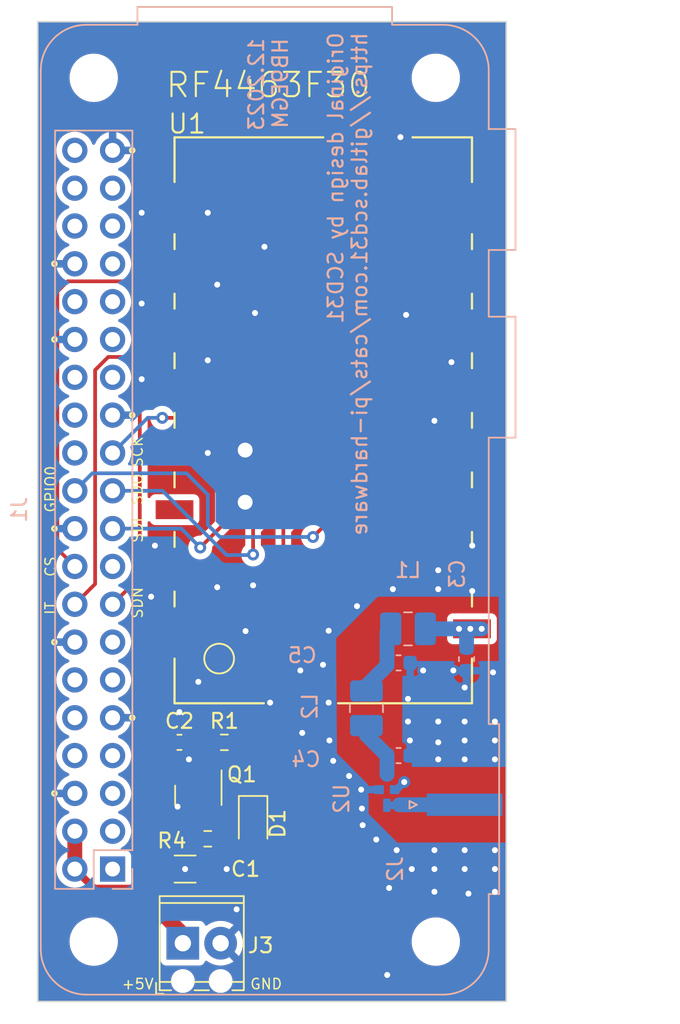
<source format=kicad_pcb>
(kicad_pcb (version 20221018) (generator pcbnew)

  (general
    (thickness 1.6)
  )

  (paper "A4")
  (title_block
    (date "2023-12-28")
    (comment 1 "LPF HB9EGM")
  )

  (layers
    (0 "F.Cu" signal)
    (31 "B.Cu" signal)
    (32 "B.Adhes" user "B.Adhesive")
    (33 "F.Adhes" user "F.Adhesive")
    (34 "B.Paste" user)
    (35 "F.Paste" user)
    (36 "B.SilkS" user "B.Silkscreen")
    (37 "F.SilkS" user "F.Silkscreen")
    (38 "B.Mask" user)
    (39 "F.Mask" user)
    (40 "Dwgs.User" user "User.Drawings")
    (41 "Cmts.User" user "User.Comments")
    (42 "Eco1.User" user "User.Eco1")
    (43 "Eco2.User" user "User.Eco2")
    (44 "Edge.Cuts" user)
    (45 "Margin" user)
    (46 "B.CrtYd" user "B.Courtyard")
    (47 "F.CrtYd" user "F.Courtyard")
    (48 "B.Fab" user)
    (49 "F.Fab" user)
    (50 "User.1" user)
    (51 "User.2" user)
    (52 "User.3" user)
    (53 "User.4" user)
    (54 "User.5" user)
    (55 "User.6" user)
    (56 "User.7" user)
    (57 "User.8" user)
    (58 "User.9" user)
  )

  (setup
    (stackup
      (layer "F.SilkS" (type "Top Silk Screen"))
      (layer "F.Paste" (type "Top Solder Paste"))
      (layer "F.Mask" (type "Top Solder Mask") (thickness 0.01))
      (layer "F.Cu" (type "copper") (thickness 0.035))
      (layer "dielectric 1" (type "core") (thickness 1.51) (material "FR4") (epsilon_r 4.5) (loss_tangent 0.02))
      (layer "B.Cu" (type "copper") (thickness 0.035))
      (layer "B.Mask" (type "Bottom Solder Mask") (thickness 0.01))
      (layer "B.Paste" (type "Bottom Solder Paste"))
      (layer "B.SilkS" (type "Bottom Silk Screen"))
      (copper_finish "None")
      (dielectric_constraints no)
    )
    (pad_to_mask_clearance 0)
    (pcbplotparams
      (layerselection 0x00010fc_ffffffff)
      (plot_on_all_layers_selection 0x0000000_00000000)
      (disableapertmacros false)
      (usegerberextensions true)
      (usegerberattributes false)
      (usegerberadvancedattributes false)
      (creategerberjobfile false)
      (dashed_line_dash_ratio 12.000000)
      (dashed_line_gap_ratio 3.000000)
      (svgprecision 6)
      (plotframeref false)
      (viasonmask false)
      (mode 1)
      (useauxorigin false)
      (hpglpennumber 1)
      (hpglpenspeed 20)
      (hpglpendiameter 15.000000)
      (dxfpolygonmode true)
      (dxfimperialunits true)
      (dxfusepcbnewfont true)
      (psnegative false)
      (psa4output false)
      (plotreference true)
      (plotvalue false)
      (plotinvisibletext false)
      (sketchpadsonfab false)
      (subtractmaskfromsilk true)
      (outputformat 1)
      (mirror false)
      (drillshape 0)
      (scaleselection 1)
      (outputdirectory "output")
    )
  )

  (net 0 "")
  (net 1 "VCC")
  (net 2 "GND")
  (net 3 "unconnected-(J1-3V3-Pad1)")
  (net 4 "Net-(D1-K)")
  (net 5 "unconnected-(J1-SDA{slash}GPIO2-Pad3)")
  (net 6 "unconnected-(J1-SCL{slash}GPIO3-Pad5)")
  (net 7 "unconnected-(J1-GCLK0{slash}GPIO4-Pad7)")
  (net 8 "unconnected-(J1-GPIO14{slash}TXD-Pad8)")
  (net 9 "unconnected-(J1-GPIO15{slash}RXD-Pad10)")
  (net 10 "unconnected-(J1-GPIO17-Pad11)")
  (net 11 "SDN")
  (net 12 "IT")
  (net 13 "CS")
  (net 14 "SDI")
  (net 15 "SDO")
  (net 16 "GPIO0")
  (net 17 "SCLK")
  (net 18 "unconnected-(J1-GPIO18{slash}PWM0-Pad12)")
  (net 19 "unconnected-(J1-GPIO27-Pad13)")
  (net 20 "unconnected-(J1-3V3-Pad17)")
  (net 21 "unconnected-(J1-~{CE0}{slash}GPIO8-Pad24)")
  (net 22 "unconnected-(J1-~{CE1}{slash}GPIO7-Pad26)")
  (net 23 "unconnected-(J1-ID_SD{slash}GPIO0-Pad27)")
  (net 24 "unconnected-(J1-ID_SC{slash}GPIO1-Pad28)")
  (net 25 "unconnected-(J1-GCLK1{slash}GPIO5-Pad29)")
  (net 26 "unconnected-(J1-GCLK2{slash}GPIO6-Pad31)")
  (net 27 "unconnected-(J1-PWM0{slash}GPIO12-Pad32)")
  (net 28 "unconnected-(J1-PWM1{slash}GPIO13-Pad33)")
  (net 29 "unconnected-(J1-GPIO19{slash}MISO1-Pad35)")
  (net 30 "unconnected-(J1-GPIO16-Pad36)")
  (net 31 "unconnected-(J1-GPIO26-Pad37)")
  (net 32 "unconnected-(J1-GPIO20{slash}MOSI1-Pad38)")
  (net 33 "TX_LED")
  (net 34 "unconnected-(J1-GPIO21{slash}SCLK1-Pad40)")
  (net 35 "Net-(J2-In)")
  (net 36 "Net-(U1-ANT)")
  (net 37 "Net-(Q1-B)")
  (net 38 "unconnected-(U1-NC-Pad3)")
  (net 39 "unconnected-(U1-NC-Pad4)")
  (net 40 "unconnected-(U1-NC-Pad14)")
  (net 41 "Net-(D1-A)")
  (net 42 "Net-(U2-IN)")
  (net 43 "Net-(C5-Pad1)")

  (footprint "Resistor_SMD:R_0603_1608Metric" (layer "F.Cu") (at 100.175 89.789))

  (footprint "npr70:RF4463F30" (layer "F.Cu") (at 115.824 58.166))

  (footprint "TerminalBlock_Phoenix:TerminalBlock_Phoenix_MPT-0,5-2-2.54_1x02_P2.54mm_Horizontal" (layer "F.Cu") (at 97.3836 103.2764))

  (footprint "Capacitor_SMD:C_1206_3216Metric" (layer "F.Cu") (at 97.536 98.298))

  (footprint "Package_TO_SOT_SMD:SOT-23" (layer "F.Cu") (at 98.425 93.345 -90))

  (footprint "Capacitor_SMD:C_0603_1608Metric" (layer "F.Cu") (at 97.155 89.789))

  (footprint "LED_SMD:LED_0805_2012Metric_Pad1.15x1.40mm_HandSolder" (layer "F.Cu") (at 102.108 95.25 -90))

  (footprint "Resistor_SMD:R_0603_1608Metric" (layer "F.Cu") (at 99.06 96.266 180))

  (footprint "pi-transceiver:DEA160710LT_HandSolder" (layer "B.Cu") (at 111.0996 92.964 -90))

  (footprint "Connector_Coaxial:SMA_Amphenol_132289_EdgeMount" (layer "B.Cu") (at 116.332 93.98))

  (footprint "Inductor_SMD:L_1008_2520Metric_Pad1.43x2.20mm_HandSolder" (layer "B.Cu") (at 112.522 82.169 180))

  (footprint "Module:Raspberry_Pi_Zero_Socketed_THT_FaceDown_MountingHoles" (layer "B.Cu") (at 92.660759 98.298))

  (footprint "Capacitor_SMD:C_0603_1608Metric" (layer "B.Cu") (at 111.887 90.678))

  (footprint "Capacitor_SMD:C_0603_1608Metric" (layer "B.Cu") (at 116.459 84.201 -90))

  (footprint "Inductor_SMD:L_1008_2520Metric_Pad1.43x2.20mm_HandSolder" (layer "B.Cu") (at 109.728 87.503 -90))

  (footprint "Capacitor_SMD:C_0603_1608Metric" (layer "B.Cu") (at 111.887 84.455))

  (gr_circle (center 93.98 50.038) (end 94.0308 49.9872)
    (stroke (width 0.15) (type default)) (fill none) (layer "F.SilkS") (tstamp 13557386-cdf6-487e-91f3-3cbf4efca919))
  (gr_circle (center 88.7476 83.058) (end 88.7984 83.0072)
    (stroke (width 0.15) (type default)) (fill none) (layer "F.SilkS") (tstamp 849ead9d-b791-4f10-a853-3045240c604e))
  (gr_circle (center 93.98 88.138) (end 94.0308 88.0872)
    (stroke (width 0.15) (type default)) (fill none) (layer "F.SilkS") (tstamp 9b8e31c8-065e-44f4-b019-cd2cbdf04ee1))
  (gr_circle (center 88.7476 57.658) (end 88.7984 57.6072)
    (stroke (width 0.15) (type default)) (fill none) (layer "F.SilkS") (tstamp 9e343abf-1a46-4e09-ba05-2b5f9257419f))
  (gr_circle (center 88.7476 62.738) (end 88.7984 62.6872)
    (stroke (width 0.15) (type default)) (fill none) (layer "F.SilkS") (tstamp bd4402a9-ee5f-4f8c-bf1f-ecf6fc0b8dc4))
  (gr_circle (center 93.98 67.818) (end 94.0308 67.7672)
    (stroke (width 0.15) (type default)) (fill none) (layer "F.SilkS") (tstamp d5eafb99-ddaa-4d35-a8c8-0bb2b41bb086))
  (gr_circle (center 88.7476 93.218) (end 88.7984 93.1672)
    (stroke (width 0.15) (type default)) (fill none) (layer "F.SilkS") (tstamp dfe1d513-48bb-4b01-825e-5d102c7829a4))
  (gr_circle (center 88.7476 75.438) (end 88.7984 75.3872)
    (stroke (width 0.15) (type default)) (fill none) (layer "F.SilkS") (tstamp f14a0f9d-b019-4b65-920b-1f80f6174188))
  (gr_line (start 119.126 41.402) (end 87.63 41.402)
    (stroke (width 0.1) (type solid)) (layer "Edge.Cuts") (tstamp 1cbcbc8c-b710-48db-a569-036ff3b7fdc3))
  (gr_line (start 87.63 107.188) (end 119.126 107.188)
    (stroke (width 0.1) (type solid)) (layer "Edge.Cuts") (tstamp 3d0fd239-72c6-4d90-a3ea-e3390b8b4326))
  (gr_line (start 87.63 41.402) (end 87.63 107.188)
    (stroke (width 0.1) (type solid)) (layer "Edge.Cuts") (tstamp 5ce9fb97-9956-43a9-84f9-f6e8e6ee5c79))
  (gr_line (start 119.126 107.188) (end 119.126 41.402)
    (stroke (width 0.1) (type solid)) (layer "Edge.Cuts") (tstamp 8499cc82-b35b-4f37-b1a9-3e7d39b9b9f9))
  (gr_text "12.2023\nHB9EGM" (at 104.521 42.418 90) (layer "B.SilkS") (tstamp 13221db7-a732-45f9-be07-6967d73fc198)
    (effects (font (size 1 1) (thickness 0.15)) (justify left bottom mirror))
  )
  (gr_text "Original design by SCD31\nhttps://gitlab.scd31.com/cats/pi-hardware" (at 109.855 42.037 90) (layer "B.SilkS") (tstamp bd9b4d73-102b-4896-8dec-d78d73c0c35b)
    (effects (font (size 1 1) (thickness 0.15)) (justify left bottom mirror))
  )
  (gr_text "GPIO0" (at 88.9 74.422 90) (layer "F.SilkS") (tstamp 4703baf1-7378-4a12-ab76-ffbf2e104e92)
    (effects (font (size 0.7 0.7) (thickness 0.1)) (justify left bottom))
  )
  (gr_text "GND" (at 101.854 106.426) (layer "F.SilkS") (tstamp 4c60982d-0eac-4266-9caa-c972651806d3)
    (effects (font (size 0.7 0.7) (thickness 0.1)) (justify left bottom))
  )
  (gr_text "+5V" (at 93.218 106.426) (layer "F.SilkS") (tstamp 766fd8fb-3890-44dd-abe1-b5cd90fa3087)
    (effects (font (size 0.7 0.7) (thickness 0.1)) (justify left bottom))
  )
  (gr_text "SDI" (at 94.742 76.454 90) (layer "F.SilkS") (tstamp 7ad469da-2b62-47ff-b26b-a61eb014ed8e)
    (effects (font (size 0.7 0.7) (thickness 0.1)) (justify left bottom))
  )
  (gr_text "CS" (at 88.9 78.74 90) (layer "F.SilkS") (tstamp 954b1c35-c8f4-4316-b7c9-440eca409362)
    (effects (font (size 0.7 0.7) (thickness 0.1)) (justify left bottom))
  )
  (gr_text "SCK" (at 94.742 71.374 90) (layer "F.SilkS") (tstamp b0fe0566-4db8-4796-adb5-f58aea340eb0)
    (effects (font (size 0.7 0.7) (thickness 0.1)) (justify left bottom))
  )
  (gr_text "SDN" (at 94.742 81.534 90) (layer "F.SilkS") (tstamp cac43753-1e5d-42a5-91b9-adbaf3b64033)
    (effects (font (size 0.7 0.7) (thickness 0.1)) (justify left bottom))
  )
  (gr_text "IT" (at 88.9 81.28 90) (layer "F.SilkS") (tstamp e7ae8115-d27d-4e01-bbc6-0d6ddaa84330)
    (effects (font (size 0.7 0.7) (thickness 0.1)) (justify left bottom))
  )
  (gr_text "SDO" (at 94.742 73.914 90) (layer "F.SilkS") (tstamp fe13d2a1-c6a4-4486-ba87-19a5ce281ddb)
    (effects (font (size 0.7 0.7) (thickness 0.1)) (justify left bottom))
  )

  (segment (start 95.123 99.187) (end 94.712 99.598) (width 1) (layer "F.Cu") (net 1) (tstamp 02faf45e-af74-4a11-b30c-fdc55eec32a1))
  (segment (start 91.420759 99.598) (end 94.402 99.598) (width 0.5) (layer "F.Cu") (net 1) (tstamp 0cbe017f-80ec-418f-8672-e75dc700fc38))
  (segment (start 96.824 82.166) (end 95.123 83.867) (width 1) (layer "F.Cu") (net 1) (tstamp 184031c9-7aca-4c35-a8d0-99eac389a968))
  (segment (start 95.123 96.266) (end 95.123 99.187) (width 1) (layer "F.Cu") (net 1) (tstamp 2ae8ca8b-4206-479b-8faa-8ee119e81701))
  (segment (start 90.120759 98.298) (end 91.420759 99.598) (width 0.5) (layer "F.Cu") (net 1) (tstamp 37bd4842-e5cf-4195-a6f8-9c0625a17d0a))
  (segment (start 97.3836 102.6668) (end 97.3836 103.2764) (width 1) (layer "F.Cu") (net 1) (tstamp 5ee0cf20-bf44-43fc-b316-af6956402bcd))
  (segment (start 95.166 90) (end 95.123 90.043) (width 0.25) (layer "F.Cu") (net 1) (tstamp 71e35d07-2173-456b-95d1-b451470dcc76))
  (segment (start 95.123 83.867) (end 95.123 90.043) (width 1) (layer "F.Cu") (net 1) (tstamp 812a6c0e-b989-4bdd-8a21-216f34b5c378))
  (segment (start 95.123 90.043) (end 95.123 96.266) (width 1) (layer "F.Cu") (net 1) (tstamp ad60f458-4d41-473c-8590-159372167d39))
  (segment (start 94.712 99.598) (end 94.402 99.598) (width 1) (layer "F.Cu") (net 1) (tstamp b7e6cb8e-2d19-434f-9852-a8fa8447210c))
  (segment (start 94.402 99.6852) (end 97.3836 102.6668) (width 1) (layer "F.Cu") (net 1) (tstamp e7afa132-56b7-4929-8b67-8407ed6d375c))
  (segment (start 94.402 99.598) (end 94.402 99.6852) (width 1) (layer "F.Cu") (net 1) (tstamp f3701501-4c6a-4f8f-964a-d64939f5c5ab))
  (segment (start 98.235 96.266) (end 95.123 96.266) (width 0.25) (layer "F.Cu") (net 1) (tstamp f79bdcc6-a1c9-4927-aaba-f90994f94951))
  (segment (start 96.38 89.789) (end 95.166 89.789) (width 0.25) (layer "F.Cu") (net 1) (tstamp fbd600c5-c1c8-4d74-b367-eaf0d7b26c6e))
  (segment (start 90.120759 95.758) (end 90.120759 98.298) (width 1) (layer "F.Cu") (net 1) (tstamp ffe43b0d-e641-49dc-b5f3-48a4b5f53eb1))
  (via (at 118.364 89.662) (size 0.8) (drill 0.4) (layers "F.Cu" "B.Cu") (net 2) (tstamp 029b2ffa-1293-47c3-846a-62d5bd7e6440))
  (via (at 114.554 78.232) (size 0.8) (drill 0.4) (layers "F.Cu" "B.Cu") (free) (net 2) (tstamp 08e2286f-026f-424f-b92c-fc263bdd3b25))
  (via (at 94.615 65.405) (size 0.8) (drill 0.4) (layers "F.Cu" "B.Cu") (free) (net 2) (tstamp 0cf6a095-1fff-484a-84df-c7d41109c0bf))
  (via (at 112.522 88.392) (size 0.8) (drill 0.4) (layers "F.Cu" "B.Cu") (free) (net 2) (tstamp 0cfc2f95-f327-4bd6-90f5-a7bcab4df663))
  (via (at 114.554 89.789) (size 0.8) (drill 0.4) (layers "F.Cu" "B.Cu") (net 2) (tstamp 0e002d1a-1676-4b9e-9e32-4a9458d277ab))
  (via (at 113.538 84.963) (size 0.8) (drill 0.4) (layers "F.Cu" "B.Cu") (free) (net 2) (tstamp 1424a9d5-3db0-4ef8-a104-a7e32f9adcec))
  (via (at 118.364 99.822) (size 0.8) (drill 0.4) (layers "F.Cu" "B.Cu") (free) (net 2) (tstamp 18ce5175-bc58-4b8f-8645-f4ec41744464))
  (via (at 114.554 90.932) (size 0.8) (drill 0.4) (layers "F.Cu" "B.Cu") (free) (net 2) (tstamp 1bcf5c4a-94b1-4d80-918a-37f443dbcb7d))
  (via (at 114.3 97.028) (size 0.8) (drill 0.4) (layers "F.Cu" "B.Cu") (free) (net 2) (tstamp 21afa141-6c5f-4152-a669-73dda9c36dc0))
  (via (at 106.807 84.582) (size 0.8) (drill 0.4) (layers "F.Cu" "B.Cu") (free) (net 2) (tstamp 2a7f79c5-6ba9-496b-b9e5-996f4b7ca2f1))
  (via (at 115.57 84.963) (size 0.8) (drill 0.4) (layers "F.Cu" "B.Cu") (free) (net 2) (tstamp 2b777506-9686-4e55-9198-ce520d00e6dd))
  (via (at 116.84 76.581) (size 0.8) (drill 0.4) (layers "F.Cu" "B.Cu") (free) (net 2) (tstamp 33f9bd21-43f9-4ff4-8e8e-75e4432b3e6a))
  (via (at 109.3724 92.964) (size 0.8) (drill 0.4) (layers "F.Cu" "B.Cu") (free) (net 2) (tstamp 340bfd41-7e0c-49d3-b789-e98f782abb4c))
  (via (at 97.536 98.298) (size 0.8) (drill 0.4) (layers "F.Cu" "B.Cu") (free) (net 2) (tstamp 3836bd8d-15e9-4263-abe2-97393d4274e2))
  (via (at 95.25 80.01) (size 0.8) (drill 0.4) (layers "F.Cu" "B.Cu") (free) (net 2) (tstamp 38da0a62-4e15-4d76-b5d3-83f70e31691c))
  (via (at 112.649 89.662) (size 0.8) (drill 0.4) (layers "F.Cu" "B.Cu") (free) (net 2) (tstamp 3dd0fa0a-2936-4681-9c03-032302f2d6e5))
  (via (at 116.332 88.392) (size 0.8) (drill 0.4) (layers "F.Cu" "B.Cu") (free) (net 2) (tstamp 415476dd-b6da-4d5f-886a-7fec5687ef14))
  (via (at 116.332 97.028) (size 0.8) (drill 0.4) (layers "F.Cu" "B.Cu") (free) (net 2) (tstamp 4392ecb9-e65a-42c3-87c1-c3317bfc43bd))
  (via (at 101.6 82.319492) (size 0.8) (drill 0.4) (layers "F.Cu" "B.Cu") (free) (net 2) (tstamp 492afda7-f871-4b4c-ba7a-623990777c77))
  (via (at 118.237 85.09) (size 0.8) (drill 0.4) (layers "F.Cu" "B.Cu") (free) (net 2) (tstamp 4cd8b92a-444d-4406-876e-92ed70aa714b))
  (via (at 111.252 99.568) (size 0.8) (drill 0.4) (layers "F.Cu" "B.Cu") (free) (net 2) (tstamp 4f1b4335-7237-4337-b31f-54581bb91d7d))
  (via (at 98.425 85.725) (size 0.8) (drill 0.4) (layers "F.Cu" "B.Cu") (free) (net 2) (tstamp 50870bf7-c4cb-459e-bce3-abc499baa9d6))
  (via (at 112.776 98.298) (size 0.8) (drill 0.4) (layers "F.Cu" "B.Cu") (free) (net 2) (tstamp 580e4387-d39c-44d1-92d9-f764a2bfb811))
  (via (at 112.268 92.456) (size 0.8) (drill 0.4) (layers "F.Cu" "B.Cu") (net 2) (tstamp 597e7942-aeb8-4561-847b-fef7a95519de))
  (via (at 99.06 70.358) (size 0.8) (drill 0.4) (layers "F.Cu" "B.Cu") (free) (net 2) (tstamp 64ea1369-9d98-40e5-b121-a2f351276acd))
  (via (at 114.554 88.392) (size 0.8) (drill 0.4) (layers "F.Cu" "B.Cu") (free) (net 2) (tstamp 66447d2a-ea73-4afc-a9ed-50b880c8758f))
  (via (at 107.188 87.122) (size 0.8) (drill 0.4) (layers "F.Cu" "B.Cu") (free) (net 2) (tstamp 6845feb9-e1b6-43cd-85f7-d79d6a3d6c8d))
  (via (at 107.188 82.296) (size 0.8) (drill 0.4) (layers "F.Cu" "B.Cu") (free) (net 2) (tstamp 6c12dcaa-a741-4aba-8e72-c0105b4493b6))
  (via (at 118.364 90.932) (size 0.8) (drill 0.4) (layers "F.Cu" "B.Cu") (free) (net 2) (tstamp 6c608368-262b-4f6e-a28c-273aea6597c1))
  (via (at 99.06 64.135) (size 0.8) (drill 0.4) (layers "F.Cu" "B.Cu") (free) (net 2) (tstamp 7029d98d-dc6d-4c5e-b6a9-cebee3279c22))
  (via (at 109.4232 94.234) (size 0.8) (drill 0.4) (layers "F.Cu" "B.Cu") (free) (net 2) (tstamp 78940c7a-d371-4c3c-a2f5-bdf3aeb8c9c6))
  (via (at 114.3 68.199) (size 0.8) (drill 0.4) (layers "F.Cu" "B.Cu") (free) (net 2) (tstamp 79bb19c1-d54c-41df-b30e-4fe793e6aa5f))
  (via (at 97.79 90.932) (size 0.8) (drill 0.4) (layers "F.Cu" "B.Cu") (free) (net 2) (tstamp 7d70bb7d-e085-46cb-ab61-2b8a30677e9a))
  (via (at 114.3 99.822) (size 0.8) (drill 0.4) (layers "F.Cu" "B.Cu") (free) (net 2) (tstamp 7d9e10e8-24ef-44c7-b1ce-89e6f6be8a30))
  (via (at 112.395 61.087) (size 0.8) (drill 0.4) (layers "F.Cu" "B.Cu") (free) (net 2) (tstamp 7f4f3cca-e9fd-465f-940d-d3fe136f3a98))
  (via (at 111.76 97.028) (size 0.8) (drill 0.4) (layers "F.Cu" "B.Cu") (free) (net 2) (tstamp 83123bab-a783-4087-99e2-b7a94b92754a))
  (via (at 99.695 79.375) (size 0.8) (drill 0.4) (layers "F.Cu" "B.Cu") (free) (net 2) (tstamp 8324a7c8-ded2-46bc-b84b-e019e28f6738))
  (via (at 103.251 87.122) (size 0.8) (drill 0.4) (layers "F.Cu" "B.Cu") (free) (net 2) (tstamp 86a8a258-40cf-4027-9ae5-c72cd46e5f06))
  (via (at 107.4928 91.0336) (size 0.8) (drill 0.4) (layers "F.Cu" "B.Cu") (free) (net 2) (tstamp 8bbe95bd-b66d-41d0-99a9-4e85792b904b))
  (via (at 101 101) (size 0.8) (drill 0.4) (layers "F.Cu" "B.Cu") (free) (net 2) (tstamp 8e19e4fa-bed9-47a5-8e1c-b847a4cdacbb))
  (via (at 99.695 59.055) (size 0.8) (drill 0.4) (layers "F.Cu" "B.Cu") (free) (net 2) (tstamp 8e34801e-bff9-4d6f-8edf-718214926c1c))
  (via (at 118.364 88.392) (size 0.8) (drill 0.4) (layers "F.Cu" "B.Cu") (free) (net 2) (tstamp 8e9b52b5-64e3-4d32-8363-2b04200019a9))
  (via (at 97.028 94.107) (size 0.8) (drill 0.4) (layers "F.Cu" "B.Cu") (free) (net 2) (tstamp 8f45377e-272d-43d8-b268-93869060ff9c))
  (via (at 97.155 87.757) (size 0.8) (drill 0.4) (layers "F.Cu" "B.Cu") (free) (net 2) (tstamp 941cd078-494f-4d3a-b1f4-dc08c39426fb))
  (via (at 116.586 99.949) (size 0.8) (drill 0.4) (layers "F.Cu" "B.Cu") (free) (net 2) (tstamp 975344f4-1144-4fed-890b-c470a9f15a2f))
  (via (at 100.33 98.298) (size 0.8) (drill 0.4) (layers "F.Cu" "B.Cu") (free) (net 2) (tstamp 9f0ee010-1f32-4676-a037-aa3e54fdb6ce))
  (via (at 118.364 97.028) (size 0.8) (drill 0.4) (layers "F.Cu" "B.Cu") (free) (net 2) (tstamp a470eadb-c0b4-4a74-8496-389852fd0891))
  (via (at 110.3884 96.3168) (size 0.8) (drill 0.4) (layers "F.Cu" "B.Cu") (free) (net 2) (tstamp a78eb89a-53eb-4a48-ba15-71903abeb492))
  (via (at 114.554 79.502) (size 0.8) (drill 0.4) (layers "F.Cu" "B.Cu") (free) (net 2) (tstamp aa448970-a839-4b58-9e4a-8bb56940a694))
  (via (at 116.332 89.662) (size 0.8) (drill 0.4) (layers "F.Cu" "B.Cu") (net 2) (tstamp ab17a5e7-8c47-4690-a579-cf6485004860))
  (via (at 107.2388 89.662) (size 0.8) (drill 0.4) (layers "F.Cu" "B.Cu") (free) (net 2) (tstamp ade1f34f-47b7-44ba-bf22-ada98dafac18))
  (via (at 114.3 98.298) (size 0.8) (drill 0.4) (layers "F.Cu" "B.Cu") (net 2) (tstamp b01ee2d6-e2f4-4305-bd4b-d82d46fda4c4))
  (via (at 102.87 56.515) (size 0.8) (drill 0.4) (layers "F.Cu" "B.Cu") (free) (net 2) (tstamp b4d831b3-6116-4c0d-9813-f35977304861))
  (via (at 99.06 54.229) (size 0.8) (drill 0.4) (layers "F.Cu" "B.Cu") (free) (net 2) (tstamp bfcfeb8f-0bd0-4d8e-b192-50dab5da6212))
  (via (at 109.474 95.3516) (size 0.8) (drill 0.4) (layers "F.Cu" "B.Cu") (free) (net 2) (tstamp c93c7412-b117-4fc2-bb88-7a0cf2aef6fe))
  (via (at 94.615 54.229) (size 0.8) (drill 0.4) (layers "F.Cu" "B.Cu") (free) (net 2) (tstamp cd119861-26d3-4bbe-b321-ebe08fca2c25))
  (via (at 111.125 105.41) (size 0.8) (drill 0.4) (layers "F.Cu" "B.Cu") (free) (net 2) (tstamp cf0392bf-f991-4253-9729-d801aa3f1795))
  (via (at 112.014 49.149) (size 0.8) (drill 0.4) (layers "F.Cu" "B.Cu") (free) (net 2) (tstamp d1847922-e8ba-47d6-8e5b-5850a64bb19e))
  (via (at 116.332 98.298) (size 0.8) (drill 0.4) (layers "F.Cu" "B.Cu") (net 2) (tstamp d3a8bb88-b557-4640-80aa-ad5703a33945))
  (via (at 102.235 60.96) (size 0.8) (drill 0.4) (layers "F.Cu" "B.Cu") (free) (net 2) (tstamp d8fc2c57-d00c-4c40-83b6-c131add087db))
  (via (at 115.443 64.262) (size 0.8) (drill 0.4) (layers "F.Cu" "B.Cu") (free) (net 2) (tstamp daddbfc9-0888-4785-9a87-5121f45ca696))
  (via (at 116.332 90.932) (size 0.8) (drill 0.4) (layers "F.Cu" "B.Cu") (free) (net 2) (tstamp dd330225-2823-4805-8e80-38aa8ea52f1e))
  (via (at 105.41 89.154) (size 0.8) (drill 0.4) (layers "F.Cu" "B.Cu") (free) (net 2) (tstamp de299163-dbc4-4893-bfe1-e0e87a781fe6))
  (via (at 111.506 79.502) (size 0.8) (drill 0.4) (layers "F.Cu" "B.Cu") (free) (net 2) (tstamp e081905a-7b14-4fd5-ba8b-9e314fe6e946))
  (via (at 95.504 76.581) (size 0.8) (drill 0.4) (layers "F.Cu" "B.Cu") (free) (net 2) (tstamp ea3794ff-3d1d-4b24-ab06-0a750ae73a77))
  (via (at 112.522 86.868) (size 0.8) (drill 0.4) (layers "F.Cu" "B.Cu") (free) (net 2) (tstamp ea8a13b0-35e5-4a7d-b99d-e8cff704cb09))
  (via (at 108.5596 92.0496) (size 0.8) (drill 0.4) (layers "F.Cu" "B.Cu") (free) (net 2) (tstamp ec82536a-8411-4ffd-88c3-56336b42dd89))
  (via (at 94.615 60.325) (size 0.8) (drill 0.4) (layers "F.Cu" "B.Cu") (free) (net 2) (tstamp ee079d64-6fb4-4a07-bf43-0c5cb7eb5d29))
  (via (at 116.84 79.629) (size 0.8) (drill 0.4) (layers "F.Cu" "B.Cu") (free) (net 2) (tstamp f0c32394-114c-45fa-ac04-3fba5a6e27c5))
  (via (at 116.332 86.106) (size 0.8) (drill 0.4) (layers "F.Cu" "B.Cu") (free) (net 2) (tstamp f6a2893a-77ef-486d-a339-db9ee06790bf))
  (via (at 102.108 79.248) (size 0.8) (drill 0.4) (layers "F.Cu" "B.Cu") (free) (net 2) (tstamp f74b7ea4-8f63-418d-bb6a-00ca9100ae57))
  (via (at 105.283 84.963) (size 0.8) (drill 0.4) (layers "F.Cu" "B.Cu") (free) (net 2) (tstamp fbfe15be-8264-4a33-af75-1e1d7f4ab745))
  (via (at 109.093 80.645) (size 0.8) (drill 0.4) (layers "F.Cu" "B.Cu") (free) (net 2) (tstamp fe230ab9-a334-46dd-bf59-69ddc9068496))
  (via (at 118.364 98.298) (size 0.8) (drill 0.4) (layers "F.Cu" "B.Cu") (net 2) (tstamp fff2746c-57b8-4149-b10d-e326793bfeee))
  (segment (start 114.3 90.678) (end 114.554 90.932) (width 0.5) (layer "B.Cu") (net 2) (tstamp 1a360ed9-c6ed-4847-a851-38ac79a9f70e))
  (segment (start 111.76 92.964) (end 112.268 92.456) (width 0.5) (layer "B.Cu") (net 2) (tstamp 1e18cef0-3453-48a6-a2ac-ee54314f1323))
  (segment (start 111.6246 92.964) (end 111.76 92.964) (width 0.5) (layer "B.Cu") (net 2) (tstamp 43a6192b-54aa-4ffd-a3b2-7e43f2f060cf))
  (segment (start 110.5746 92.964) (end 109.3724 92.964) (width 0.5) (layer "B.Cu") (net 2) (tstamp 6119fb80-0bb1-4282-8886-6078e628a393))
  (segment (start 112.662 90.678) (end 114.3 90.678) (width 0.5) (layer "B.Cu") (net 2) (tstamp ede0ed1a-e0c7-4104-aa1d-a159a5e8eed1))
  (segment (start 98.4825 94.225) (end 98.425 94.2825) (width 0.25) (layer "F.Cu") (net 4) (tstamp 16e5e742-a145-46aa-b1ef-7fe8081f8b5b))
  (segment (start 102.108 94.225) (end 98.4825 94.225) (width 0.25) (layer "F.Cu") (net 4) (tstamp 2d78ac5f-3caa-41fa-b5f8-4c23e89dd780))
  (segment (start 98.425 94.2825) (end 98.425 93.7745) (width 0.25) (layer "F.Cu") (net 4) (tstamp 7297978d-6380-4a05-910c-2fc98ba5b64c))
  (segment (start 95.886 66.166) (end 96.824 66.166) (width 0.25) (layer "F.Cu") (net 11) (tstamp 07c4a21c-8df0-4e33-863d-c690837d1b09))
  (segment (start 92.660759 80.518) (end 94.488 78.690759) (width 0.25) (layer "F.Cu") (net 11) (tstamp 3e99171a-cd41-402d-8b50-5fffb37d97bf))
  (segment (start 94.488 78.690759) (end 94.488 67.564) (width 0.25) (layer "F.Cu") (net 11) (tstamp 4c218dc9-fd6a-41c4-b2cc-7ab94f840e4e))
  (segment (start 94.488 67.564) (end 95.886 66.166) (width 0.25) (layer "F.Cu") (net 11) (tstamp e5e5bc7c-6fbd-4c37-baa4-8a2b7b850382))
  (segment (start 91.485759 79.153) (end 91.485759 64.791299) (width 0.25) (layer "F.Cu") (net 12) (tstamp 5c0ee249-7b4c-426e-bcd4-affa91756f26))
  (segment (start 91.485759 64.791299) (end 92.364058 63.913) (width 0.25) (layer "F.Cu") (net 12) (tstamp 7adf9a98-e1ad-4119-8511-1d8f0fa01362))
  (segment (start 92.364058 63.913) (end 95.077 63.913) (width 0.25) (layer "F.Cu") (net 12) (tstamp 88f5663c-4564-4ffa-a236-33a3d940fbc7))
  (segment (start 90.120759 80.518) (end 91.485759 79.153) (width 0.25) (layer "F.Cu") (net 12) (tstamp b375b9e7-c702-4f5c-a96c-6d518aa5e17c))
  (segment (start 95.077 63.913) (end 96.824 62.166) (width 0.25) (layer "F.Cu") (net 12) (tstamp f69c4574-c4d2-4c35-a536-2920992bf371))
  (segment (start 94.234 58.166) (end 96.824 58.166) (width 0.25) (layer "F.Cu") (net 13) (tstamp 0e324987-e230-421b-82da-84678925d93e))
  (segment (start 90.120759 77.978) (end 88.945759 76.803) (width 0.25) (layer "F.Cu") (net 13) (tstamp 532b887d-d4a3-4dd6-b74f-304a744305d8))
  (segment (start 88.945759 76.803) (end 88.945759 59.521299) (width 0.25) (layer "F.Cu") (net 13) (tstamp 555ad0e8-5c25-4d27-8549-32064c12b6db))
  (segment (start 93.567 58.833) (end 94.234 58.166) (width 0.25) (layer "F.Cu") (net 13) (tstamp 5984cf9c-6376-4a59-9a5f-e2b0a405572a))
  (segment (start 89.634058 58.833) (end 93.567 58.833) (width 0.25) (layer "F.Cu") (net 13) (tstamp c573350a-a1a3-4012-9295-84021fbe2f88))
  (segment (start 88.945759 59.521299) (end 89.634058 58.833) (width 0.25) (layer "F.Cu") (net 13) (tstamp ee3edbd1-847c-4f75-a7fb-3f1fefee942b))
  (segment (start 100.076 69.088) (end 110.998 58.166) (width 0.25) (layer "F.Cu") (net 14) (tstamp 52e5a68d-0855-4103-9eca-79aa079c8026))
  (segment (start 98.552 76.708) (end 100.076 75.184) (width 0.25) (layer "F.Cu") (net 14) (tstamp 7ba525f4-080b-4e22-9628-81baa4c287bd))
  (segment (start 100.076 75.184) (end 100.076 69.088) (width 0.25) (layer "F.Cu") (net 14) (tstamp 90da63f9-79e7-4f12-8d43-61c41f58770f))
  (segment (start 110.998 58.166) (end 114.554 58.166) (width 0.25) (layer "F.Cu") (net 14) (tstamp 97ac82b1-8d6b-46d2-b452-825f09286346))
  (segment (start 114.554 58.166) (end 116.824 58.166) (width 0.25) (layer "F.Cu") (net 14) (tstamp c326496f-37a6-413d-b8e6-a20746e4c00d))
  (via (at 98.552 76.708) (size 0.8) (drill 0.4) (layers "F.Cu" "B.Cu") (net 14) (tstamp 03c09b0d-860e-450d-92a0-672793b02708))
  (segment (start 92.660759 75.438) (end 97.282 75.438) (width 0.25) (layer "B.Cu") (net 14) (tstamp 43b717b1-e643-416c-a15e-f4fd3854a09d))
  (segment (start 97.282 75.438) (end 98.552 76.708) (width 0.25) (layer "B.Cu") (net 14) (tstamp 64d780fd-906a-48fa-8c2a-fcb2fb521c48))
  (segment (start 115.38 62.166) (end 116.824 62.166) (width 0.25) (layer "F.Cu") (net 15) (tstamp 54d05881-f7eb-4831-a0c6-4c2e052cdb21))
  (segment (start 102.108 75.438) (end 115.38 62.166) (width 0.25) (layer "F.Cu") (net 15) (tstamp 7f3e8a11-fc76-4d87-9749-2e18f0d9a9cb))
  (segment (start 102.108 77.1785) (end 102.108 75.438) (width 0.25) (layer "F.Cu") (net 15) (tstamp b602ebd6-efb4-4d09-b3bb-fc05d8096831))
  (via (at 102.108 77.1785) (size 0.8) (drill 0.4) (layers "F.Cu" "B.Cu") (net 15) (tstamp 531cba69-f186-4bd5-9da7-596721b39895))
  (segment (start 96.012 72.898) (end 100.33 77.216) (width 0.25) (layer "B.Cu") (net 15) (tstamp 61450ce6-4a96-4e7b-8ab3-3314869173c0))
  (segment (start 92.660759 72.898) (end 96.012 72.898) (width 0.25) (layer "B.Cu") (net 15) (tstamp c0765a80-c5b8-4e29-9559-f46e6d4da84b))
  (segment (start 102.0705 77.216) (end 102.108 77.1785) (width 0.25) (layer "B.Cu") (net 15) (tstamp c5cebf8d-201d-48e1-9735-2481ee612717))
  (segment (start 100.33 77.216) (end 102.0705 77.216) (width 0.25) (layer "B.Cu") (net 15) (tstamp e82cc299-cafa-451b-8bd0-07dcd1926ed2))
  (segment (start 116.824 70.166) (end 111.9685 70.166) (width 0.25) (layer "F.Cu") (net 16) (tstamp 5e3130c4-c74d-4d21-87b9-bced816caf31))
  (segment (start 111.9685 70.166) (end 106.1345 76) (width 0.25) (layer "F.Cu") (net 16) (tstamp e984eaa9-c91c-468d-b8ba-c9558af0c8b3))
  (via (at 106.1345 76) (size 0.8) (drill 0.4) (layers "F.Cu" "B.Cu") (net 16) (tstamp 9ccb9792-60d8-4929-a95f-7d9daee8d763))
  (segment (start 91.295759 71.723) (end 97.631 71.723) (width 0.25) (layer "B.Cu") (net 16) (tstamp 27bd6e3c-0fdb-4ada-bfcf-c2f4a79a0401))
  (segment (start 90.120759 72.898) (end 91.295759 71.723) (width 0.25) (layer "B.Cu") (net 16) (tstamp 673aabc8-6240-40c0-a22b-a51e544fef68))
  (segment (start 106.1345 76) (end 99.876 76) (width 0.25) (layer "B.Cu") (net 16) (tstamp 84d70ffe-15c6-49b6-bc21-b0e6d3b00fd1))
  (segment (start 99.876 76) (end 99.06 75.184) (width 0.25) (layer "B.Cu") (net 16) (tstamp 909ae1bf-e2c9-4b3c-accb-cb126ed967fe))
  (segment (start 97.631 71.723) (end 99.06 73.152) (width 0.25) (layer "B.Cu") (net 16) (tstamp b549b56a-4d9f-477d-91c8-d07fb21692f4))
  (segment (start 99.06 73.152) (end 99.06 75.184) (width 0.25) (layer "B.Cu") (net 16) (tstamp c9cac34f-5886-494c-8fdf-e9906a35fd22))
  (segment (start 96 68) (end 99 68) (width 0.25) (layer "F.Cu") (net 17) (tstamp 213f465a-3a2c-480b-8935-e97e2d81ec52))
  (segment (start 112.834 54.166) (end 116.824 54.166) (width 0.25) (layer "F.Cu") (net 17) (tstamp 763e9036-d5ce-4b95-9fbe-2e01b1aa8313))
  (segment (start 99 68) (end 112.834 54.166) (width 0.25) (layer "F.Cu") (net 17) (tstamp 9da8fd9c-ae7a-4c52-9de9-a41dadcedd4d))
  (segment (start 116.76 54.102) (end 116.824 54.166) (width 0.25) (layer "F.Cu") (net 17) (tstamp a31f7148-f82f-47dc-b51d-8f6afbfd82c5))
  (via (at 96 68) (size 0.8) (drill 0.4) (layers "F.Cu" "B.Cu") (net 17) (tstamp b94d2de5-e208-4a62-9f14-82916d18d7ce))
  (segment (start 92.660759 70.358) (end 95.018759 68) (width 0.25) (layer "B.Cu") (net 17) (tstamp 3e800a0f-01b8-44b8-bc65-ab6b1042a92d))
  (segment (start 95.018759 68) (end 96 68) (width 0.25) (layer "B.Cu") (net 17) (tstamp 5ca39f66-ed8a-4b23-952f-179a0be72538))
  (segment (start 99.35 89.789) (end 99.35 86.07) (width 0.25) (layer "F.Cu") (net 33) (tstamp 042cc7c7-41ad-4c70-8638-2c8479f6e41b))
  (segment (start 99.35 86.07) (end 104.14 81.28) (width 0.25) (layer "F.Cu") (net 33) (tstamp 4ab58fd1-490a-4e5b-82d8-21697435514e))
  (segment (start 104.14 75.438) (end 113.412 66.166) (width 0.25) (layer "F.Cu") (net 33) (tstamp 658b226e-6950-4501-89e8-533dc7ba3dbc))
  (segment (start 113.412 66.166) (end 116.824 66.166) (width 0.25) (layer "F.Cu") (net 33) (tstamp 7c9c846c-5e82-4b37-ae97-6c1badf96d0b))
  (segment (start 104.14 81.28) (end 104.14 75.438) (width 0.25) (layer "F.Cu") (net 33) (tstamp b76477ce-8d1e-4c5a-84c1-ccedafd91816))
  (segment (start 111.0996 94.014) (end 111.9124 94.014) (width 0.5) (layer "B.Cu") (net 35) (tstamp d0021ebf-fb0d-49c8-b639-2045c3ab8f2f))
  (segment (start 116.332 93.98) (end 111.9464 93.98) (width 1) (layer "B.Cu") (net 35) (tstamp fc46a13c-bca1-4591-bcb5-df7ef3bf7e9c))
  (segment (start 117.472 82.166) (end 117.475 82.169) (width 0.25) (layer "F.Cu") (net 36) (tstamp 1068f13f-4704-4482-835c-e0ef10ef86d4))
  (segment (start 116.824 82.166) (end 117.472 82.166) (width 0.25) (layer "F.Cu") (net 36) (tstamp dc5e2a9d-1859-43f8-b8e9-9e047e35f8ab))
  (via (at 117.475 82.169) (size 0.8) (drill 0.4) (layers "F.Cu" "B.Cu") (net 36) (tstamp 093ce502-64b7-4232-bf54-0c48ee880707))
  (via (at 116.713 82.169) (size 0.8) (drill 0.4) (layers "F.Cu" "B.Cu") (net 36) (tstamp 4098df3a-80c2-4d4d-a5b7-c833aa481faa))
  (via (at 115.951 82.169) (size 0.8) (drill 0.4) (layers "F.Cu" "B.Cu") (net 36) (tstamp 8a90cfd5-99e1-4cc0-86ed-caf65f425489))
  (segment (start 117.475 82.169) (end 116.713 82.169) (width 0.25) (layer "B.Cu") (net 36) (tstamp 1f487686-ecd9-4314-b3ac-67c5e080af2d))
  (segment (start 116.713 82.169) (end 115.951 82.169) (width 0.25) (layer "B.Cu") (net 36) (tstamp 55ebf2bd-0afb-4e7f-a6d4-dc465302271f))
  (segment (start 116.459 83.426) (end 116.459 82.423) (width 1) (layer "B.Cu") (net 36) (tstamp 8d640ef9-5528-406c-8869-f4f08b7b2f90))
  (segment (start 113.6845 82.169) (end 117.475 82.169) (width 1) (layer "B.Cu") (net 36) (tstamp dd0e7b74-7c77-4c54-9f5d-3fe8546f1ed0))
  (segment (start 116.459 82.423) (end 116.713 82.169) (width 0.25) (layer "B.Cu") (net 36) (tstamp ec34b08a-dd15-476f-bef6-0e394546d71d))
  (segment (start 101 90.7825) (end 99.375 92.4075) (width 0.25) (layer "F.Cu") (net 37) (tstamp 9c6ab7f5-01e8-4aeb-a004-86fbe182c483))
  (segment (start 101 89.789) (end 101 90.7825) (width 0.25) (layer "F.Cu") (net 37) (tstamp c3e91149-ca85-44db-b399-ee3103685116))
  (segment (start 99.885 96.266) (end 102.099 96.266) (width 0.25) (layer "F.Cu") (net 41) (tstamp 76905d79-a204-4f81-9c83-094391c59e28))
  (segment (start 102.099 96.266) (end 102.108 96.275) (width 0.25) (layer "F.Cu") (net 41) (tstamp bae1a52f-80ff-4998-a07a-054b6c64bc87))
  (segment (start 109.7345 89.3005) (end 111.112 90.678) (width 1) (layer "B.Cu") (net 42) (tstamp 471403fa-4648-4a26-aad7-cd6587107bb8))
  (segment (start 111.112 90.678) (end 111.112 91.935) (width 1) (layer "B.Cu") (net 42) (tstamp ab4bdedc-7fa5-4fc1-8095-4c4f8810ee95))
  (segment (start 109.728 89.3005) (end 109.7345 89.3005) (width 1) (layer "B.Cu") (net 42) (tstamp e85e266c-c998-40f9-acff-9254362acf6f))
  (segment (start 109.728 86.0044) (end 111.112 84.6204) (width 1) (layer "B.Cu") (net 43) (tstamp 6c1992e8-0ce9-4029-95a6-cc973b2ed0ee))
  (segment (start 111.112 84.6204) (end 111.112 84.455) (width 1) (layer "B.Cu") (net 43) (tstamp 9426ab38-b116-4433-9a4a-396b031755df))
  (segment (start 111.112 84.455) (end 111.112 82.4165) (width 1) (layer "B.Cu") (net 43) (tstamp b9933a22-29d4-4960-b4fa-f3dae78ace8b))
  (segment (start 111.112 82.4165) (end 111.3595 82.169) (width 1) (layer "B.Cu") (net 43) (tstamp eac78f2c-f2aa-47dc-9db2-9dfe1b8fe500))
  (segment (start 109.728 86.3405) (end 109.728 86.0044) (width 1) (layer "B.Cu") (net 43) (tstamp ee934853-5b48-4c08-ae7d-00266eab7710))

  (zone (net 2) (net_name "GND") (layers "F&B.Cu") (tstamp 6c7fac1c-5ee2-4335-9af5-6303fd9047c7) (hatch edge 0.508)
    (connect_pads (clearance 0.4))
    (min_thickness 0.2) (filled_areas_thickness no)
    (fill yes (thermal_gap 0.4) (thermal_bridge_width 0.5))
    (polygon
      (pts
        (xy 123.317 108.585)
        (xy 85.09 108.712)
        (xy 85.344 40.386)
        (xy 123.19 40.386)
      )
    )
    (filled_polygon
      (layer "F.Cu")
      (pts
        (xy 119.084691 41.421407)
        (xy 119.120655 41.470907)
        (xy 119.1255 41.5015)
        (xy 119.1255 88.500277)
        (xy 119.106593 88.558468)
        (xy 119.057093 88.594432)
        (xy 119.005099 88.594434)
        (xy 119.004843 88.596054)
        (xy 118.903484 88.58)
        (xy 116.582001 88.58)
        (xy 116.582 88.580001)
        (xy 116.582 90.879998)
        (xy 116.582001 90.879999)
        (xy 118.903483 90.879999)
        (xy 118.903485 90.879998)
        (xy 119.004844 90.863947)
        (xy 119.005101 90.86557)
        (xy 119.05708 90.865563)
        (xy 119.106585 90.90152)
        (xy 119.1255 90.959709)
        (xy 119.1255 97.000277)
        (xy 119.106593 97.058468)
        (xy 119.057093 97.094432)
        (xy 119.005099 97.094434)
        (xy 119.004843 97.096054)
        (xy 118.903484 97.08)
        (xy 116.582001 97.08)
        (xy 116.582 97.080001)
        (xy 116.582 99.379998)
        (xy 116.582001 99.379999)
        (xy 118.903483 99.379999)
        (xy 118.903485 99.379998)
        (xy 119.004844 99.363947)
        (xy 119.005101 99.36557)
        (xy 119.05708 99.365563)
        (xy 119.106585 99.40152)
        (xy 119.1255 99.459709)
        (xy 119.1255 107.0885)
        (xy 119.106593 107.146691)
        (xy 119.057093 107.182655)
        (xy 119.0265 107.1875)
        (xy 87.7295 107.1875)
        (xy 87.671309 107.168593)
        (xy 87.635345 107.119093)
        (xy 87.6305 107.0885)
        (xy 87.6305 105.8164)
        (xy 96.578035 105.8164)
        (xy 96.598232 105.995657)
        (xy 96.598233 105.995661)
        (xy 96.657811 106.165922)
        (xy 96.657811 106.165923)
        (xy 96.753781 106.318658)
        (xy 96.753784 106.318662)
        (xy 96.881338 106.446216)
        (xy 97.034078 106.542189)
        (xy 97.102257 106.566046)
        (xy 97.204338 106.601766)
        (xy 97.204342 106.601767)
        (xy 97.204345 106.601768)
        (xy 97.204346 106.601768)
        (xy 97.20435 106.601769)
        (xy 97.338629 106.616899)
        (xy 97.338645 106.616899)
        (xy 97.338646 106.6169)
        (xy 97.338647 106.6169)
        (xy 97.428553 106.6169)
        (xy 97.428554 106.6169)
        (xy 97.428555 106.616899)
        (xy 97.42857 106.616899)
        (xy 97.562849 106.601769)
        (xy 97.562851 106.601768)
        (xy 97.562855 106.601768)
        (xy 97.733122 106.542189)
        (xy 97.885862 106.446216)
        (xy 98.013416 106.318662)
        (xy 98.109389 106.165922)
        (xy 98.168968 105.995655)
        (xy 98.189165 105.8164)
        (xy 99.118035 105.8164)
        (xy 99.138232 105.995657)
        (xy 99.138233 105.995661)
        (xy 99.197811 106.165922)
        (xy 99.197811 106.165923)
        (xy 99.293781 106.318658)
        (xy 99.293784 106.318662)
        (xy 99.421338 106.446216)
        (xy 99.574078 106.542189)
        (xy 99.642257 106.566046)
        (xy 99.744338 106.601766)
        (xy 99.744342 106.601767)
        (xy 99.744345 106.601768)
        (xy 99.744346 106.601768)
        (xy 99.74435 106.601769)
        (xy 99.878629 106.616899)
        (xy 99.878645 106.616899)
        (xy 99.878646 106.6169)
        (xy 99.878647 106.6169)
        (xy 99.968553 106.6169)
        (xy 99.968554 106.6169)
        (xy 99.968555 106.616899)
        (xy 99.96857 106.616899)
        (xy 100.102849 106.601769)
        (xy 100.102851 106.601768)
        (xy 100.102855 106.601768)
        (xy 100.273122 106.542189)
        (xy 100.425862 106.446216)
        (xy 100.553416 106.318662)
        (xy 100.649389 106.165922)
        (xy 100.708968 105.995655)
        (xy 100.729165 105.8164)
        (xy 100.708968 105.637145)
        (xy 100.649389 105.466878)
        (xy 100.553416 105.314138)
        (xy 100.425862 105.186584)
        (xy 100.425859 105.186582)
        (xy 100.425858 105.186581)
        (xy 100.273123 105.090611)
        (xy 100.102861 105.031033)
        (xy 100.102849 105.03103)
        (xy 99.96857 105.0159)
        (xy 99.968554 105.0159)
        (xy 99.878646 105.0159)
        (xy 99.878629 105.0159)
        (xy 99.74435 105.03103)
        (xy 99.744338 105.031033)
        (xy 99.574077 105.090611)
        (xy 99.574076 105.090611)
        (xy 99.421341 105.186581)
        (xy 99.293781 105.314141)
        (xy 99.197811 105.466876)
        (xy 99.197811 105.466877)
        (xy 99.138233 105.637138)
        (xy 99.138232 105.637142)
        (xy 99.118035 105.8164)
        (xy 98.189165 105.8164)
        (xy 98.168968 105.637145)
        (xy 98.109389 105.466878)
        (xy 98.013416 105.314138)
        (xy 97.885862 105.186584)
        (xy 97.885859 105.186582)
        (xy 97.885858 105.186581)
        (xy 97.733123 105.090611)
        (xy 97.562861 105.031033)
        (xy 97.562849 105.03103)
        (xy 97.42857 105.0159)
        (xy 97.428554 105.0159)
        (xy 97.338646 105.0159)
        (xy 97.338629 105.0159)
        (xy 97.20435 105.03103)
        (xy 97.204338 105.031033)
        (xy 97.034077 105.090611)
        (xy 97.034076 105.090611)
        (xy 96.881341 105.186581)
        (xy 96.753781 105.314141)
        (xy 96.657811 105.466876)
        (xy 96.657811 105.466877)
        (xy 96.598233 105.637138)
        (xy 96.598232 105.637142)
        (xy 96.578035 105.8164)
        (xy 87.6305 105.8164)
        (xy 87.6305 103.168)
        (xy 89.760233 103.168)
        (xy 89.780306 103.423068)
        (xy 89.840036 103.67186)
        (xy 89.937948 103.90824)
        (xy 89.937954 103.908252)
        (xy 90.07163 104.126391)
        (xy 90.071635 104.126398)
        (xy 90.071636 104.126399)
        (xy 90.237803 104.320956)
        (xy 90.237809 104.320961)
        (xy 90.237812 104.320964)
        (xy 90.413958 104.471406)
        (xy 90.43236 104.487123)
        (xy 90.432362 104.487124)
        (xy 90.432367 104.487128)
        (xy 90.650506 104.620804)
        (xy 90.650518 104.62081)
        (xy 90.886898 104.718722)
        (xy 91.011294 104.748587)
        (xy 91.135689 104.778452)
        (xy 91.326896 104.7935)
        (xy 91.326901 104.7935)
        (xy 91.454617 104.7935)
        (xy 91.454622 104.7935)
        (xy 91.645829 104.778452)
        (xy 91.894619 104.718722)
        (xy 92.131002 104.620809)
        (xy 92.131006 104.620806)
        (xy 92.131011 104.620804)
        (xy 92.34915 104.487128)
        (xy 92.34915 104.487127)
        (xy 92.349158 104.487123)
        (xy 92.543715 104.320956)
        (xy 92.709882 104.126399)
        (xy 92.791774 103.992763)
        (xy 92.843563 103.908252)
        (xy 92.843565 103.908247)
        (xy 92.843568 103.908243)
        (xy 92.941481 103.67186)
        (xy 93.001211 103.42307)
        (xy 93.021285 103.168)
        (xy 93.001211 102.91293)
        (xy 92.941481 102.66414)
        (xy 92.843568 102.427757)
        (xy 92.843563 102.427747)
        (xy 92.709887 102.209608)
        (xy 92.709877 102.209595)
        (xy 92.543723 102.015053)
        (xy 92.54372 102.01505)
        (xy 92.543715 102.015044)
        (xy 92.543708 102.015038)
        (xy 92.543705 102.015035)
        (xy 92.349163 101.848881)
        (xy 92.34915 101.848871)
        (xy 92.131011 101.715195)
        (xy 92.130999 101.715189)
        (xy 91.894619 101.617277)
        (xy 91.645827 101.557547)
        (xy 91.515486 101.54729)
        (xy 91.454622 101.5425)
        (xy 91.326896 101.5425)
        (xy 91.269674 101.547003)
        (xy 91.13569 101.557547)
        (xy 90.886898 101.617277)
        (xy 90.650518 101.715189)
        (xy 90.650506 101.715195)
        (xy 90.432367 101.848871)
        (xy 90.432354 101.848881)
        (xy 90.237812 102.015035)
        (xy 90.237794 102.015053)
        (xy 90.07164 102.209595)
        (xy 90.07163 102.209608)
        (xy 89.937954 102.427747)
        (xy 89.937948 102.427759)
        (xy 89.840036 102.664139)
        (xy 89.780306 102.912931)
        (xy 89.760233 103.168)
        (xy 87.6305 103.168)
        (xy 87.6305 59.539409)
        (xy 88.415628 59.539409)
        (xy 88.41882 59.557924)
        (xy 88.420259 59.574743)
        (xy 88.420259 76.794015)
        (xy 88.418099 76.857244)
        (xy 88.418099 76.85725)
        (xy 88.428217 76.898766)
        (xy 88.429164 76.903749)
        (xy 88.434987 76.946109)
        (xy 88.442474 76.963346)
        (xy 88.447853 76.979341)
        (xy 88.451 76.992255)
        (xy 88.452302 76.997594)
        (xy 88.453262 76.999302)
        (xy 88.473249 77.034848)
        (xy 88.475505 77.03939)
        (xy 88.49254 77.07861)
        (xy 88.504395 77.093181)
        (xy 88.513894 77.107137)
        (xy 88.5231 77.123511)
        (xy 88.553335 77.153747)
        (xy 88.556732 77.157511)
        (xy 88.583705 77.190665)
        (xy 88.599048 77.201495)
        (xy 88.611961 77.212372)
        (xy 88.767941 77.368352)
        (xy 88.902262 77.502672)
        (xy 88.93004 77.557189)
        (xy 88.927886 77.598299)
        (xy 88.88455 77.76003)
        (xy 88.865482 77.977996)
        (xy 88.865482 77.978003)
        (xy 88.88455 78.195969)
        (xy 88.884551 78.195976)
        (xy 88.884552 78.195977)
        (xy 88.941184 78.40733)
        (xy 89.033657 78.605639)
        (xy 89.159161 78.784877)
        (xy 89.313882 78.939598)
        (xy 89.49312 79.065102)
        (xy 89.691429 79.157575)
        (xy 89.69143 79.157575)
        (xy 89.692931 79.158275)
        (xy 89.737679 79.200004)
        (xy 89.749354 79.260065)
        (xy 89.723496 79.315518)
        (xy 89.692931 79.337724)
        (xy 89.493131 79.430892)
        (xy 89.493123 79.430896)
        (xy 89.313886 79.556398)
        (xy 89.159157 79.711127)
        (xy 89.033655 79.890364)
        (xy 89.033651 79.890372)
        (xy 88.941185 80.088666)
        (xy 88.88455 80.30003)
        (xy 88.865482 80.517996)
        (xy 88.865482 80.518003)
        (xy 88.88455 80.735969)
        (xy 88.884551 80.735976)
        (xy 88.884552 80.735977)
        (xy 88.941184 80.94733)
        (xy 89.026598 81.1305)
        (xy 89.033656 81.145637)
        (xy 89.148377 81.309477)
        (xy 89.159161 81.324877)
        (xy 89.313882 81.479598)
        (xy 89.313885 81.4796)
        (xy 89.313886 81.479601)
        (xy 89.342278 81.499481)
        (xy 89.49312 81.605102)
        (xy 89.691429 81.697575)
        (xy 89.691431 81.697575)
        (xy 89.693523 81.698551)
        (xy 89.738271 81.74028)
        (xy 89.749946 81.800341)
        (xy 89.724088 81.855794)
        (xy 89.693523 81.878)
        (xy 89.493382 81.971327)
        (xy 89.493374 81.971331)
        (xy 89.314209 82.096783)
        (xy 89.159542 82.25145)
        (xy 89.034091 82.430614)
        (xy 88.941656 82.628843)
        (xy 88.893651 82.808)
        (xy 89.687073 82.808)
        (xy 89.661266 82.848156)
        (xy 89.620759 82.986111)
        (xy 89.620759 83.129889)
        (xy 89.661266 83.267844)
        (xy 89.687073 83.308)
        (xy 88.893651 83.308)
        (xy 88.941656 83.487156)
        (xy 89.034091 83.685386)
        (xy 89.159542 83.864549)
        (xy 89.314209 84.019216)
        (xy 89.493372 84.144667)
        (xy 89.693523 84.237998)
        (xy 89.738271 84.279726)
        (xy 89.749946 84.339788)
        (xy 89.724088 84.39524)
        (xy 89.693524 84.417447)
        (xy 89.493126 84.510894)
        (xy 89.493123 84.510896)
        (xy 89.313886 84.636398)
        (xy 89.159157 84.791127)
        (xy 89.033655 84.970364)
        (xy 89.033651 84.970372)
        (xy 88.941185 85.168666)
        (xy 88.88455 85.38003)
        (xy 88.865482 85.597996)
        (xy 88.865482 85.598003)
        (xy 88.88455 85.815969)
        (xy 88.884551 85.815976)
        (xy 88.884552 85.815977)
        (xy 88.941184 86.02733)
        (xy 89.033657 86.225639)
        (xy 89.159161 86.404877)
        (xy 89.313882 86.559598)
        (xy 89.49312 86.685102)
        (xy 89.691429 86.777575)
        (xy 89.69143 86.777575)
        (xy 89.692931 86.778275)
        (xy 89.737679 86.820004)
        (xy 89.749354 86.880065)
        (xy 89.723496 86.935518)
        (xy 89.692931 86.957724)
        (xy 89.493131 87.050892)
        (xy 89.493123 87.050896)
        (xy 89.313886 87.176398)
        (xy 89.159157 87.331127)
        (xy 89.033655 87.510364)
        (xy 89.033651 87.510372)
        (xy 88.941185 87.708666)
        (xy 88.88455 87.92003)
        (xy 88.865482 88.137996)
        (xy 88.865482 88.138003)
        (xy 88.88455 88.355969)
        (xy 88.884551 88.355976)
        (xy 88.884552 88.355977)
        (xy 88.941184 88.56733)
        (xy 89.033657 88.765639)
        (xy 89.082923 88.835998)
        (xy 89.148013 88.928957)
        (xy 89.159161 88.944877)
        (xy 89.313882 89.099598)
        (xy 89.313885 89.0996)
        (xy 89.313886 89.099601)
        (xy 89.330955 89.111553)
        (xy 89.49312 89.225102)
        (xy 89.691429 89.317575)
        (xy 89.69143 89.317575)
        (xy 89.692931 89.318275)
        (xy 89.737679 89.360004)
        (xy 89.749354 89.420065)
        (xy 89.723496 89.475518)
        (xy 89.692931 89.497724)
        (xy 89.493131 89.590892)
        (xy 89.493123 89.590896)
        (xy 89.313886 89.716398)
        (xy 89.159157 89.871127)
        (xy 89.033655 90.050364)
        (xy 89.033651 90.050372)
        (xy 88.941185 90.248666)
        (xy 88.88455 90.46003)
        (xy 88.865482 90.677996)
        (xy 88.865482 90.678003)
        (xy 88.88455 90.895969)
        (xy 88.884551 90.895976)
        (xy 88.884552 90.895977)
        (xy 88.941184 91.10733)
        (xy 89.033657 91.305639)
        (xy 89.054664 91.33564)
        (xy 89.118939 91.427435)
        (xy 89.159161 91.484877)
        (xy 89.313882 91.639598)
        (xy 89.49312 91.765102)
        (xy 89.691429 91.857575)
        (xy 89.691431 91.857575)
        (xy 89.693523 91.858551)
        (xy 89.738271 91.90028)
        (xy 89.749946 91.960341)
        (xy 89.724088 92.015794)
        (xy 89.693523 92.038)
        (xy 89.493382 92.131327)
        (xy 89.493374 92.131331)
        (xy 89.314209 92.256783)
        (xy 89.159542 92.41145)
        (xy 89.034091 92.590614)
        (xy 88.941656 92.788843)
        (xy 88.893651 92.968)
        (xy 89.687073 92.968)
        (xy 89.661266 93.008156)
        (xy 89.620759 93.146111)
        (xy 89.620759 93.289889)
        (xy 89.661266 93.427844)
        (xy 89.687073 93.468)
        (xy 88.893651 93.468)
        (xy 88.941656 93.647156)
        (xy 89.034091 93.845386)
        (xy 89.159542 94.024549)
        (xy 89.314209 94.179216)
        (xy 89.493372 94.304667)
        (xy 89.693523 94.397998)
        (xy 89.738271 94.439726)
        (xy 89.749946 94.499788)
        (xy 89.724088 94.55524)
        (xy 89.693524 94.577447)
        (xy 89.493126 94.670894)
        (xy 89.493123 94.670896)
        (xy 89.313886 94.796398)
        (xy 89.159157 94.951127)
        (xy 89.033655 95.130364)
        (xy 89.033651 95.130372)
        (xy 88.941185 95.328666)
        (xy 88.88455 95.54003)
        (xy 88.865482 95.757996)
        (xy 88.865482 95.758003)
        (xy 88.88455 95.975969)
        (xy 88.884551 95.975976)
        (xy 88.884552 95.975977)
        (xy 88.941184 96.18733)
        (xy 89.033657 96.385639)
        (xy 89.159161 96.564877)
        (xy 89.191264 96.59698)
        (xy 89.21904 96.651495)
        (xy 89.220259 96.666982)
        (xy 89.220259 97.389017)
        (xy 89.201352 97.447208)
        (xy 89.191264 97.45902)
        (xy 89.159157 97.491127)
        (xy 89.033655 97.670364)
        (xy 89.033651 97.670372)
        (xy 88.941185 97.868666)
        (xy 88.88455 98.08003)
        (xy 88.865482 98.297996)
        (xy 88.865482 98.298003)
        (xy 88.88455 98.515969)
        (xy 88.884551 98.515976)
        (xy 88.884552 98.515977)
        (xy 88.941184 98.72733)
        (xy 89.033657 98.925639)
        (xy 89.159161 99.104877)
        (xy 89.313882 99.259598)
        (xy 89.49312 99.385102)
        (xy 89.691429 99.477575)
        (xy 89.902782 99.534207)
        (xy 89.902786 99.534207)
        (xy 89.902789 99.534208)
        (xy 90.120756 99.553277)
        (xy 90.120759 99.553277)
        (xy 90.120762 99.553277)
        (xy 90.338732 99.534208)
        (xy 90.349092 99.531432)
        (xy 90.361038 99.528231)
        (xy 90.42214 99.531432)
        (xy 90.456666 99.553853)
        (xy 90.902278 99.999465)
        (xy 90.913039 100.012897)
        (xy 90.915554 100.015938)
        (xy 90.968003 100.06519)
        (xy 90.989725 100.086912)
        (xy 90.995989 100.091771)
        (xy 90.999521 100.094788)
        (xy 91.035366 100.128448)
        (xy 91.055687 100.139619)
        (xy 91.068673 100.148149)
        (xy 91.086996 100.162363)
        (xy 91.12064 100.176921)
        (xy 91.132118 100.181889)
        (xy 91.136308 100.183942)
        (xy 91.161371 100.19772)
        (xy 91.179391 100.207627)
        (xy 91.201768 100.213371)
        (xy 91.201851 100.213393)
        (xy 91.216549 100.218425)
        (xy 91.237833 100.227636)
        (xy 91.286388 100.235325)
        (xy 91.290955 100.236271)
        (xy 91.338576 100.248499)
        (xy 91.33858 100.248499)
        (xy 91.338582 100.2485)
        (xy 91.361772 100.2485)
        (xy 91.377258 100.249719)
        (xy 91.400164 100.253347)
        (xy 91.429582 100.250566)
        (xy 91.449119 100.24872)
        (xy 91.45378 100.2485)
        (xy 93.652204 100.2485)
        (xy 93.710395 100.267407)
        (xy 93.729139 100.285194)
        (xy 93.731881 100.28858)
        (xy 93.747667 100.304366)
        (xy 93.749433 100.306227)
        (xy 93.796129 100.358088)
        (xy 93.79613 100.358089)
        (xy 93.809054 100.367478)
        (xy 93.82087 100.377569)
        (xy 95.854104 102.410803)
        (xy 95.881881 102.46532)
        (xy 95.8831 102.480807)
        (xy 95.8831 104.407921)
        (xy 95.883101 104.407923)
        (xy 95.897952 104.501699)
        (xy 95.897954 104.501704)
        (xy 95.95555 104.614742)
        (xy 96.045258 104.70445)
        (xy 96.158296 104.762046)
        (xy 96.252081 104.7769)
        (xy 98.515118 104.776899)
        (xy 98.515121 104.776899)
        (xy 98.515122 104.776898)
        (xy 98.562011 104.769472)
        (xy 98.608899 104.762047)
        (xy 98.608899 104.762046)
        (xy 98.608904 104.762046)
        (xy 98.721942 104.70445)
        (xy 98.81165 104.614742)
        (xy 98.867779 104.504582)
        (xy 98.911041 104.461321)
        (xy 98.971473 104.45175)
        (xy 99.016793 104.471406)
        (xy 99.100362 104.536451)
        (xy 99.100365 104.536453)
        (xy 99.318988 104.654766)
        (xy 99.554113 104.735484)
        (xy 99.799306 104.7764)
        (xy 100.047894 104.7764)
        (xy 100.293086 104.735484)
        (xy 100.528211 104.654766)
        (xy 100.746834 104.536453)
        (xy 100.746837 104.536451)
        (xy 100.793656 104.50001)
        (xy 100.793656 104.500009)
        (xy 100.095168 103.801521)
        (xy 100.212058 103.750749)
        (xy 100.329339 103.655334)
        (xy 100.416528 103.531815)
        (xy 100.446955 103.446201)
        (xy 101.147035 104.146281)
        (xy 101.247329 103.992772)
        (xy 101.247334 103.992763)
        (xy 101.347187 103.765119)
        (xy 101.408213 103.524136)
        (xy 101.42874 103.2764)
        (xy 101.419758 103.168)
        (xy 112.760233 103.168)
        (xy 112.780306 103.423068)
        (xy 112.840036 103.67186)
        (xy 112.937948 103.90824)
        (xy 112.937954 103.908252)
        (xy 113.07163 104.126391)
        (xy 113.071635 104.126398)
        (xy 113.071636 104.126399)
        (xy 113.237803 104.320956)
        (xy 113.237809 104.320961)
        (xy 113.237812 104.320964)
        (xy 113.413958 104.471406)
        (xy 113.43236 104.487123)
        (xy 113.432362 104.487124)
        (xy 113.432367 104.487128)
        (xy 113.650506 104.620804)
        (xy 113.650518 104.62081)
        (xy 113.886898 104.718722)
        (xy 114.011294 104.748587)
        (xy 114.135689 104.778452)
        (xy 114.326896 104.7935)
        (xy 114.326901 104.7935)
        (xy 114.454617 104.7935)
        (xy 114.454622 104.7935)
        (xy 114.645829 104.778452)
        (xy 114.894619 104.718722)
        (xy 115.131002 104.620809)
        (xy 115.131006 104.620806)
        (xy 115.131011 104.620804)
        (xy 115.34915 104.487128)
        (xy 115.34915 104.487127)
        (xy 115.349158 104.487123)
        (xy 115.543715 104.320956)
        (xy 115.709882 104.126399)
        (xy 115.791774 103.992763)
        (xy 115.843563 103.908252)
        (xy 115.843565 103.908247)
        (xy 115.843568 103.908243)
        (xy 115.941481 103.67186)
        (xy 116.001211 103.42307)
        (xy 116.021285 103.168)
        (xy 116.001211 102.91293)
        (xy 115.941481 102.66414)
        (xy 115.843568 102.427757)
        (xy 115.843563 102.427747)
        (xy 115.709887 102.209608)
        (xy 115.709877 102.209595)
        (xy 115.543723 102.015053)
        (xy 115.54372 102.01505)
        (xy 115.543715 102.015044)
        (xy 115.543708 102.015038)
        (xy 115.543705 102.015035)
        (xy 115.349163 101.848881)
        (xy 115.34915 101.848871)
        (xy 115.131011 101.715195)
        (xy 115.130999 101.715189)
        (xy 114.894619 101.617277)
        (xy 114.645827 101.557547)
        (xy 114.515486 101.54729)
        (xy 114.454622 101.5425)
        (xy 114.326896 101.5425)
        (xy 114.269674 101.547003)
        (xy 114.13569 101.557547)
        (xy 113.886898 101.617277)
        (xy 113.650518 101.715189)
        (xy 113.650506 101.715195)
        (xy 113.432367 101.848871)
        (xy 113.432354 101.848881)
        (xy 113.237812 102.015035)
        (xy 113.237794 102.015053)
        (xy 113.07164 102.209595)
        (xy 113.07163 102.209608)
        (xy 112.937954 102.427747)
        (xy 112.937948 102.427759)
        (xy 112.840036 102.664139)
        (xy 112.780306 102.912931)
        (xy 112.760233 103.168)
        (xy 101.419758 103.168)
        (xy 101.408213 103.028663)
        (xy 101.347187 102.78768)
        (xy 101.247334 102.560036)
        (xy 101.247329 102.560027)
        (xy 101.147035 102.406517)
        (xy 100.449529 103.104022)
        (xy 100.446716 103.090485)
        (xy 100.377158 102.956244)
        (xy 100.273962 102.845748)
        (xy 100.144781 102.767191)
        (xy 100.093596 102.752849)
        (xy 100.793657 102.052789)
        (xy 100.746832 102.016345)
        (xy 100.528211 101.898033)
        (xy 100.293086 101.817315)
        (xy 100.047894 101.7764)
        (xy 99.799306 101.7764)
        (xy 99.554113 101.817315)
        (xy 99.318988 101.898033)
        (xy 99.100365 102.016346)
        (xy 99.100362 102.016348)
        (xy 99.016793 102.081393)
        (xy 98.959259 102.102214)
        (xy 98.900475 102.085241)
        (xy 98.867778 102.048215)
        (xy 98.81165 101.938058)
        (xy 98.721942 101.84835)
        (xy 98.608904 101.790754)
        (xy 98.608905 101.790754)
        (xy 98.515122 101.7759)
        (xy 98.515119 101.7759)
        (xy 97.807207 101.7759)
        (xy 97.749016 101.756993)
        (xy 97.737203 101.746904)
        (xy 95.852781 99.862482)
        (xy 95.825004 99.807965)
        (xy 95.834575 99.747533)
        (xy 95.849217 99.726231)
        (xy 95.85553 99.719219)
        (xy 95.855529 99.719219)
        (xy 95.855533 99.719216)
        (xy 95.863525 99.705371)
        (xy 95.872319 99.692576)
        (xy 95.882383 99.680149)
        (xy 95.896441 99.652556)
        (xy 95.939705 99.609291)
        (xy 95.984652 99.5985)
        (xy 96.45169 99.5985)
        (xy 96.451694 99.5985)
        (xy 96.488569 99.595598)
        (xy 96.646398 99.549744)
        (xy 96.787865 99.466081)
        (xy 96.904081 99.349865)
        (xy 96.987744 99.208398)
        (xy 97.033598 99.050569)
        (xy 97.0365 99.013694)
        (xy 97.0365 99.013638)
        (xy 98.036 99.013638)
        (xy 98.038899 99.050489)
        (xy 98.084719 99.2082)
        (xy 98.084719 99.208201)
        (xy 98.168314 99.349552)
        (xy 98.284447 99.465685)
        (xy 98.425799 99.54928)
        (xy 98.58351 99.5951)
        (xy 98.620362 99.598)
        (xy 98.760999 99.598)
        (xy 98.761 99.597999)
        (xy 99.261 99.597999)
        (xy 99.261001 99.598)
        (xy 99.401638 99.598)
        (xy 99.438489 99.5951)
        (xy 99.5962 99.54928)
        (xy 99.596201 99.54928)
        (xy 99.737552 99.465685)
        (xy 99.853685 99.349552)
        (xy 99.93728 99.208201)
        (xy 99.93728 99.2082)
        (xy 99.9831 99.050489)
        (xy 99.986 99.013638)
        (xy 99.986 99.011485)
        (xy 113.392001 99.011485)
        (xy 113.406833 99.105141)
        (xy 113.406836 99.105151)
        (xy 113.464358 99.218043)
        (xy 113.553956 99.307641)
        (xy 113.666848 99.365163)
        (xy 113.666852 99.365164)
        (xy 113.760515 99.379999)
        (xy 116.081998 99.379999)
        (xy 116.082 99.379998)
        (xy 116.082 98.480001)
        (xy 116.081999 98.48)
        (xy 113.392002 98.48)
        (xy 113.392001 98.480001)
        (xy 113.392001 99.011485)
        (xy 99.986 99.011485)
        (xy 99.986 98.548001)
        (xy 99.985999 98.548)
        (xy 99.261001 98.548)
        (xy 99.261 98.548001)
        (xy 99.261 99.597999)
        (xy 98.761 99.597999)
        (xy 98.761 98.548001)
        (xy 98.760999 98.548)
        (xy 98.036001 98.548)
        (xy 98.036 98.548001)
        (xy 98.036 99.013638)
        (xy 97.0365 99.013638)
        (xy 97.0365 97.582306)
        (xy 97.033598 97.545431)
        (xy 96.987744 97.387602)
        (xy 96.904081 97.246135)
        (xy 96.787865 97.129919)
        (xy 96.646398 97.046256)
        (xy 96.488569 97.000402)
        (xy 96.488568 97.000401)
        (xy 96.488565 97.000401)
        (xy 96.463298 96.998413)
        (xy 96.451694 96.9975)
        (xy 96.45169 96.9975)
        (xy 96.1225 96.9975)
        (xy 96.064309 96.978593)
        (xy 96.028345 96.929093)
        (xy 96.0235 96.8985)
        (xy 96.0235 96.8905)
        (xy 96.042407 96.832309)
        (xy 96.091907 96.796345)
        (xy 96.1225 96.7915)
        (xy 97.423087 96.7915)
        (xy 97.481278 96.810407)
        (xy 97.508821 96.840995)
        (xy 97.510464 96.843841)
        (xy 97.567296 96.917907)
        (xy 97.606718 96.969282)
        (xy 97.732159 97.065536)
        (xy 97.73216 97.065536)
        (xy 97.732161 97.065537)
        (xy 97.863523 97.119949)
        (xy 97.878238 97.126044)
        (xy 97.995639 97.1415)
        (xy 98.056815 97.141499)
        (xy 98.115004 97.160405)
        (xy 98.150969 97.209905)
        (xy 98.15097 97.27109)
        (xy 98.142029 97.290894)
        (xy 98.084718 97.387802)
        (xy 98.038899 97.54551)
        (xy 98.036 97.582362)
        (xy 98.036 98.047999)
        (xy 98.036001 98.048)
        (xy 98.760999 98.048)
        (xy 98.761 98.047999)
        (xy 98.761 97.096586)
        (xy 98.779907 97.038395)
        (xy 98.799726 97.018049)
        (xy 98.863282 96.969282)
        (xy 98.959536 96.843841)
        (xy 98.968536 96.822114)
        (xy 99.008272 96.775588)
        (xy 99.067767 96.761304)
        (xy 99.124295 96.784718)
        (xy 99.151464 96.822114)
        (xy 99.160462 96.843838)
        (xy 99.160462 96.843839)
        (xy 99.240542 96.948201)
        (xy 99.260966 97.005877)
        (xy 99.261 97.008468)
        (xy 99.261 98.047999)
        (xy 99.261001 98.048)
        (xy 99.985999 98.048)
        (xy 99.986 98.047999)
        (xy 99.986 97.979999)
        (xy 113.392 97.979999)
        (xy 113.392001 97.98)
        (xy 116.081999 97.98)
        (xy 116.082 97.979999)
        (xy 116.082 97.080001)
        (xy 116.081999 97.08)
        (xy 113.760516 97.08)
        (xy 113.760514 97.080001)
        (xy 113.666858 97.094833)
        (xy 113.666848 97.094836)
        (xy 113.553956 97.152358)
        (xy 113.464358 97.241956)
        (xy 113.406836 97.354848)
        (xy 113.406835 97.354852)
        (xy 113.392 97.448515)
        (xy 113.392 97.979999)
        (xy 99.986 97.979999)
        (xy 99.986 97.582362)
        (xy 99.9831 97.54551)
        (xy 99.93728 97.387799)
        (xy 99.93728 97.387798)
        (xy 99.879971 97.290894)
        (xy 99.866623 97.231182)
        (xy 99.890923 97.175029)
        (xy 99.943588 97.143883)
        (xy 99.96518 97.141499)
        (xy 100.12436 97.141499)
        (xy 100.241762 97.126044)
        (xy 100.387841 97.065536)
        (xy 100.513282 96.969282)
        (xy 100.609536 96.843841)
        (xy 100.609538 96.843834)
        (xy 100.611179 96.840995)
        (xy 100.612927 96.83942)
        (xy 100.613486 96.838693)
        (xy 100.61362 96.838796)
        (xy 100.656651 96.800057)
        (xy 100.696913 96.7915)
        (xy 100.961908 96.7915)
        (xy 101.020099 96.810407)
        (xy 101.05263 96.855181)
        (xy 101.053783 96.854683)
        (xy 101.056015 96.85984)
        (xy 101.056063 96.859907)
        (xy 101.05611 96.860061)
        (xy 101.056254 96.860395)
        (xy 101.056256 96.860398)
        (xy 101.139919 97.001865)
        (xy 101.256135 97.118081)
        (xy 101.397602 97.201744)
        (xy 101.555431 97.247598)
        (xy 101.592306 97.2505)
        (xy 101.59231 97.2505)
        (xy 102.62369 97.2505)
        (xy 102.623694 97.2505)
        (xy 102.660569 97.247598)
        (xy 102.818398 97.201744)
        (xy 102.959865 97.118081)
        (xy 103.076081 97.001865)
        (xy 103.159744 96.860398)
        (xy 103.205598 96.702569)
        (xy 103.2085 96.665694)
        (xy 103.2085 95.884306)
        (xy 103.205598 95.847431)
        (xy 103.159744 95.689602)
        (xy 103.076081 95.548135)
        (xy 102.959865 95.431919)
        (xy 102.818398 95.348256)
        (xy 102.807425 95.345068)
        (xy 102.756822 95.310678)
        (xy 102.736096 95.25311)
        (xy 102.753166 95.194354)
        (xy 102.801512 95.156853)
        (xy 102.807415 95.154934)
        (xy 102.818398 95.151744)
        (xy 102.959865 95.068081)
        (xy 103.076081 94.951865)
        (xy 103.159744 94.810398)
        (xy 103.205598 94.652569)
        (xy 103.2085 94.615694)
        (xy 103.2085 93.834306)
        (xy 103.205598 93.797431)
        (xy 103.159744 93.639602)
        (xy 103.076081 93.498135)
        (xy 102.959865 93.381919)
        (xy 102.818398 93.298256)
        (xy 102.660569 93.252402)
        (xy 102.660568 93.252401)
        (xy 102.660565 93.252401)
        (xy 102.635298 93.250413)
        (xy 102.623694 93.2495)
        (xy 101.592306 93.2495)
        (xy 101.581548 93.250346)
        (xy 101.555434 93.252401)
        (xy 101.555427 93.252403)
        (xy 101.397602 93.298256)
        (xy 101.256136 93.381918)
        (xy 101.139918 93.498136)
        (xy 101.056256 93.639602)
        (xy 101.056163 93.639818)
        (xy 101.056058 93.639936)
        (xy 101.053086 93.644963)
        (xy 101.052126 93.644395)
        (xy 101.0157 93.685713)
        (xy 100.965305 93.6995)
        (xy 99.760017 93.6995)
        (xy 99.701826 93.680593)
        (xy 99.665862 93.631093)
        (xy 99.665862 93.569907)
        (xy 99.701826 93.520407)
        (xy 99.723698 93.508403)
        (xy 99.797339 93.479362)
        (xy 99.797338 93.479362)
        (xy 99.797342 93.479361)
        (xy 99.917922 93.387922)
        (xy 100.009361 93.267342)
        (xy 100.064877 93.126564)
        (xy 100.0755 93.038102)
        (xy 100.0755 92.491176)
        (xy 100.094407 92.432985)
        (xy 100.10449 92.421178)
        (xy 101.365228 91.16044)
        (xy 101.411469 91.117255)
        (xy 101.433679 91.080729)
        (xy 101.436529 91.076542)
        (xy 101.4375 91.075262)
        (xy 101.462364 91.042475)
        (xy 101.469257 91.024996)
        (xy 101.476769 91.009872)
        (xy 101.486526 90.993828)
        (xy 101.498061 90.952655)
        (xy 101.499674 90.947861)
        (xy 101.515357 90.908093)
        (xy 101.515358 90.908091)
        (xy 101.515357 90.908091)
        (xy 101.515359 90.908089)
        (xy 101.51728 90.889391)
        (xy 101.520431 90.872817)
        (xy 101.5255 90.854728)
        (xy 101.5255 90.811977)
        (xy 101.52576 90.806912)
        (xy 101.526504 90.799666)
        (xy 101.530131 90.76439)
        (xy 101.526939 90.745875)
        (xy 101.5255 90.729056)
        (xy 101.5255 90.61997)
        (xy 101.544407 90.561779)
        (xy 101.564233 90.541428)
        (xy 101.569781 90.537171)
        (xy 101.603256 90.511485)
        (xy 113.392001 90.511485)
        (xy 113.406833 90.605141)
        (xy 113.406836 90.605151)
        (xy 113.464358 90.718043)
        (xy 113.553956 90.807641)
        (xy 113.666848 90.865163)
        (xy 113.666852 90.865164)
        (xy 113.760515 90.879999)
        (xy 116.081998 90.879999)
        (xy 116.082 90.879998)
        (xy 116.082 89.980001)
        (xy 116.081999 89.98)
        (xy 113.392002 89.98)
        (xy 113.392001 89.980001)
        (xy 113.392001 90.511485)
        (xy 101.603256 90.511485)
        (xy 101.628282 90.492282)
        (xy 101.724536 90.366841)
        (xy 101.785044 90.220762)
        (xy 101.8005 90.103361)
        (xy 101.800499 89.479999)
        (xy 113.392 89.479999)
        (xy 113.392001 89.48)
        (xy 116.081999 89.48)
        (xy 116.082 89.479999)
        (xy 116.082 88.580001)
        (xy 116.081999 88.58)
        (xy 113.760516 88.58)
        (xy 113.760514 88.580001)
        (xy 113.666858 88.594833)
        (xy 113.666848 88.594836)
        (xy 113.553956 88.652358)
        (xy 113.464358 88.741956)
        (xy 113.406836 88.854848)
        (xy 113.406835 88.854852)
        (xy 113.392 88.948515)
        (xy 113.392 89.479999)
        (xy 101.800499 89.479999)
        (xy 101.800499 89.47464)
        (xy 101.785044 89.357238)
        (xy 101.785042 89.357233)
        (xy 101.724537 89.211161)
        (xy 101.724537 89.21116)
        (xy 101.628286 89.085723)
        (xy 101.628285 89.085722)
        (xy 101.628282 89.085718)
        (xy 101.628277 89.085714)
        (xy 101.628276 89.085713)
        (xy 101.502838 88.989462)
        (xy 101.356766 88.928957)
        (xy 101.356758 88.928955)
        (xy 101.239361 88.9135)
        (xy 100.760642 88.9135)
        (xy 100.760637 88.913501)
        (xy 100.643241 88.928955)
        (xy 100.643233 88.928957)
        (xy 100.497161 88.989462)
        (xy 100.49716 88.989462)
        (xy 100.371723 89.085713)
        (xy 100.371713 89.085723)
        (xy 100.275463 89.21116)
        (xy 100.266464 89.232886)
        (xy 100.226727 89.279412)
        (xy 100.167232 89.293695)
        (xy 100.110704 89.27028)
        (xy 100.083536 89.232886)
        (xy 100.079304 89.222672)
        (xy 100.074536 89.211159)
        (xy 99.978282 89.085718)
        (xy 99.978281 89.085717)
        (xy 99.914232 89.03657)
        (xy 99.879577 88.986145)
        (xy 99.8755 88.958028)
        (xy 99.8755 88.467485)
        (xy 103.654001 88.467485)
        (xy 103.668833 88.561141)
        (xy 103.668836 88.561151)
        (xy 103.726358 88.674043)
        (xy 103.815956 88.763641)
        (xy 103.928848 88.821163)
        (xy 103.928852 88.821164)
        (xy 104.022515 88.835999)
        (xy 105.073998 88.835999)
        (xy 105.074 88.835998)
        (xy 105.574 88.835998)
        (xy 105.574001 88.835999)
        (xy 106.625483 88.835999)
        (xy 106.625485 88.835998)
        (xy 106.719141 88.821166)
        (xy 106.719151 88.821163)
        (xy 106.832043 88.763641)
        (xy 106.921641 88.674043)
        (xy 106.979163 88.561151)
        (xy 106.979164 88.561147)
        (xy 106.994 88.467484)
        (xy 106.994 87.416001)
        (xy 106.993999 87.416)
        (xy 105.574001 87.416)
        (xy 105.574 87.416001)
        (xy 105.574 88.835998)
        (xy 105.074 88.835998)
        (xy 105.074 87.416001)
        (xy 105.073999 87.416)
        (xy 103.654002 87.416)
        (xy 103.654001 87.416001)
        (xy 103.654001 88.467485)
        (xy 99.8755 88.467485)
        (xy 99.8755 86.915999)
        (xy 103.654 86.915999)
        (xy 103.654001 86.916)
        (xy 105.073999 86.916)
        (xy 105.074 86.915999)
        (xy 105.574 86.915999)
        (xy 105.574001 86.916)
        (xy 106.993998 86.916)
        (xy 106.993999 86.915999)
        (xy 106.993999 85.864516)
        (xy 106.993998 85.864514)
        (xy 106.979166 85.770858)
        (xy 106.979163 85.770848)
        (xy 106.921641 85.657956)
        (xy 106.832043 85.568358)
        (xy 106.719151 85.510836)
        (xy 106.719147 85.510835)
        (xy 106.625484 85.496)
        (xy 105.574001 85.496)
        (xy 105.574 85.496001)
        (xy 105.574 86.915999)
        (xy 105.074 86.915999)
        (xy 105.074 85.496001)
        (xy 105.073999 85.496)
        (xy 104.022516 85.496)
        (xy 104.022514 85.496001)
        (xy 103.928858 85.510833)
        (xy 103.928848 85.510836)
        (xy 103.815956 85.568358)
        (xy 103.726358 85.657956)
        (xy 103.668836 85.770848)
        (xy 103.668835 85.770852)
        (xy 103.654 85.864515)
        (xy 103.654 86.915999)
        (xy 99.8755 86.915999)
        (xy 99.8755 86.328676)
        (xy 99.894407 86.270485)
        (xy 99.90449 86.258678)
        (xy 103.994169 82.168999)
        (xy 115.145435 82.168999)
        (xy 115.153189 82.237823)
        (xy 115.1535 82.243369)
        (xy 115.1535 82.83252)
        (xy 115.153501 82.832523)
        (xy 115.168352 82.926299)
        (xy 115.168354 82.926304)
        (xy 115.22595 83.039342)
        (xy 115.315658 83.12905)
        (xy 115.428696 83.186646)
        (xy 115.522481 83.2015)
        (xy 118.125518 83.201499)
        (xy 118.125521 83.201499)
        (xy 118.125522 83.201498)
        (xy 118.172411 83.194072)
        (xy 118.219299 83.186647)
        (xy 118.219299 83.186646)
        (xy 118.219304 83.186646)
        (xy 118.332342 83.12905)
        (xy 118.42205 83.039342)
        (xy 118.479646 82.926304)
        (xy 118.4945 82.832519)
        (xy 118.494499 81.499482)
        (xy 118.494499 81.499481)
        (xy 118.494499 81.499478)
        (xy 118.494498 81.499476)
        (xy 118.479647 81.4057)
        (xy 118.479646 81.405698)
        (xy 118.479646 81.405696)
        (xy 118.42205 81.292658)
        (xy 118.332342 81.20295)
        (xy 118.219304 81.145354)
        (xy 118.219305 81.145354)
        (xy 118.125521 81.1305)
        (xy 115.522478 81.1305)
        (xy 115.522476 81.130501)
        (xy 115.4287 81.145352)
        (xy 115.428695 81.145354)
        (xy 115.315659 81.202949)
        (xy 115.225949 81.292659)
        (xy 115.168354 81.405695)
        (xy 115.1535 81.499478)
        (xy 115.1535 82.09463)
        (xy 115.153189 82.100176)
        (xy 115.145435 82.168999)
        (xy 103.994169 82.168999)
        (xy 104.505228 81.65794)
        (xy 104.551469 81.614755)
        (xy 104.573679 81.578229)
        (xy 104.576529 81.574042)
        (xy 104.602364 81.539975)
        (xy 104.609257 81.522496)
        (xy 104.616769 81.507372)
        (xy 104.621567 81.499482)
        (xy 104.626526 81.491328)
        (xy 104.638061 81.450155)
        (xy 104.639674 81.445361)
        (xy 104.655315 81.4057)
        (xy 104.655359 81.405589)
        (xy 104.65728 81.386891)
        (xy 104.660431 81.370317)
        (xy 104.6655 81.352228)
        (xy 104.6655 81.309477)
        (xy 104.66576 81.304412)
        (xy 104.666968 81.292658)
        (xy 104.670131 81.26189)
        (xy 104.666939 81.243375)
        (xy 104.6655 81.226556)
        (xy 104.6655 78.832485)
        (xy 115.154001 78.832485)
        (xy 115.168833 78.926141)
        (xy 115.168836 78.926151)
        (xy 115.226358 79.039043)
        (xy 115.315956 79.128641)
        (xy 115.428848 79.186163)
        (xy 115.428852 79.186164)
        (xy 115.522515 79.200999)
        (xy 116.573998 79.200999)
        (xy 116.574 79.200998)
        (xy 117.074 79.200998)
        (xy 117.074001 79.200999)
        (xy 118.125483 79.200999)
        (xy 118.125485 79.200998)
        (xy 118.219141 79.186166)
        (xy 118.219151 79.186163)
        (xy 118.332043 79.128641)
        (xy 118.421641 79.039043)
        (xy 118.479163 78.926151)
        (xy 118.479164 78.926147)
        (xy 118.494 78.832484)
        (xy 118.494 78.416001)
        (xy 118.493999 78.416)
        (xy 117.074001 78.416)
        (xy 117.074 78.416001)
        (xy 117.074 79.200998)
        (xy 116.574 79.200998)
        (xy 116.574 78.416001)
        (xy 116.573999 78.416)
        (xy 115.154002 78.416)
        (xy 115.154001 78.416001)
        (xy 115.154001 78.832485)
        (xy 104.6655 78.832485)
        (xy 104.6655 77.915999)
        (xy 115.154 77.915999)
        (xy 115.154001 77.916)
        (xy 116.573999 77.916)
        (xy 116.574 77.915999)
        (xy 117.074 77.915999)
        (xy 117.074001 77.916)
        (xy 118.493998 77.916)
        (xy 118.493999 77.915999)
        (xy 118.493999 77.499516)
        (xy 118.493998 77.499514)
        (xy 118.479166 77.405858)
        (xy 118.479163 77.405848)
        (xy 118.421641 77.292956)
        (xy 118.332043 77.203358)
        (xy 118.219151 77.145836)
        (xy 118.219147 77.145835)
        (xy 118.125484 77.131)
        (xy 117.074001 77.131)
        (xy 117.074 77.131001)
        (xy 117.074 77.915999)
        (xy 116.574 77.915999)
        (xy 116.574 77.131001)
        (xy 116.573999 77.131)
        (xy 115.522516 77.131)
        (xy 115.522514 77.131001)
        (xy 115.428858 77.145833)
        (xy 115.428848 77.145836)
        (xy 115.315956 77.203358)
        (xy 115.226358 77.292956)
        (xy 115.168836 77.405848)
        (xy 115.168835 77.405852)
        (xy 115.154 77.499515)
        (xy 115.154 77.915999)
        (xy 104.6655 77.915999)
        (xy 104.6655 76)
        (xy 105.328935 76)
        (xy 105.349132 76.179257)
        (xy 105.349133 76.179261)
        (xy 105.408711 76.349522)
        (xy 105.408711 76.349523)
        (xy 105.495255 76.487256)
        (xy 105.504684 76.502262)
        (xy 105.632238 76.629816)
        (xy 105.63224 76.629817)
        (xy 105.632241 76.629818)
        (xy 105.737465 76.695935)
        (xy 105.784978 76.725789)
        (xy 105.830715 76.741793)
        (xy 105.955238 76.785366)
        (xy 105.955242 76.785367)
        (xy 105.955245 76.785368)
        (xy 106.1345 76.805565)
        (xy 106.313755 76.785368)
        (xy 106.484022 76.725789)
        (xy 106.636762 76.629816)
        (xy 106.764316 76.502262)
        (xy 106.860289 76.349522)
        (xy 106.919868 76.179255)
        (xy 106.940065 76)
        (xy 106.939085 75.9913)
        (xy 106.951357 75.931358)
        (xy 106.967454 75.910214)
        (xy 108.045147 74.832521)
        (xy 115.1535 74.832521)
        (xy 115.153501 74.832523)
        (xy 115.168352 74.926299)
        (xy 115.168354 74.926304)
        (xy 115.22595 75.039342)
        (xy 115.315658 75.12905)
        (xy 115.428696 75.186646)
        (xy 115.522481 75.2015)
        (xy 118.125518 75.201499)
        (xy 118.125521 75.201499)
        (xy 118.125522 75.201498)
        (xy 118.172411 75.194072)
        (xy 118.219299 75.186647)
        (xy 118.219299 75.186646)
        (xy 118.219304 75.186646)
        (xy 118.332342 75.12905)
        (xy 118.42205 75.039342)
        (xy 118.479646 74.926304)
        (xy 118.4945 74.832519)
        (xy 118.494499 73.499482)
        (xy 118.494499 73.499481)
        (xy 118.494499 73.499478)
        (xy 118.494498 73.499476)
        (xy 118.479647 73.4057)
        (xy 118.479646 73.405698)
        (xy 118.479646 73.405696)
        (xy 118.42205 73.292658)
        (xy 118.332342 73.20295)
        (xy 118.219304 73.145354)
        (xy 118.219305 73.145354)
        (xy 118.125521 73.1305)
        (xy 115.522478 73.1305)
        (xy 115.522476 73.130501)
        (xy 115.4287 73.145352)
        (xy 115.428695 73.145354)
        (xy 115.315659 73.202949)
        (xy 115.225949 73.292659)
        (xy 115.168354 73.405695)
        (xy 115.1535 73.499478)
        (xy 115.1535 74.832521)
        (xy 108.045147 74.832521)
        (xy 112.157173 70.720496)
        (xy 112.21169 70.692719)
        (xy 112.227177 70.6915)
        (xy 115.054501 70.6915)
        (xy 115.112692 70.710407)
        (xy 115.148656 70.759907)
        (xy 115.153501 70.7905)
        (xy 115.153501 70.832523)
        (xy 115.168352 70.926299)
        (xy 115.168354 70.926304)
        (xy 115.22595 71.039342)
        (xy 115.315658 71.12905)
        (xy 115.428696 71.186646)
        (xy 115.522481 71.2015)
        (xy 118.125518 71.201499)
        (xy 118.125521 71.201499)
        (xy 118.125522 71.201498)
        (xy 118.172411 71.194072)
        (xy 118.219299 71.186647)
        (xy 118.219299 71.186646)
        (xy 118.219304 71.186646)
        (xy 118.332342 71.12905)
        (xy 118.42205 71.039342)
        (xy 118.479646 70.926304)
        (xy 118.4945 70.832519)
        (xy 118.494499 69.499482)
        (xy 118.494499 69.499481)
        (xy 118.494499 69.499478)
        (xy 118.494498 69.499476)
        (xy 118.479647 69.4057)
        (xy 118.479646 69.405698)
        (xy 118.479646 69.405696)
        (xy 118.42205 69.292658)
        (xy 118.332342 69.20295)
        (xy 118.219304 69.145354)
        (xy 118.219305 69.145354)
        (xy 118.125521 69.1305)
        (xy 115.522478 69.1305)
        (xy 115.522476 69.130501)
        (xy 115.4287 69.145352)
        (xy 115.428695 69.145354)
        (xy 115.315659 69.202949)
        (xy 115.225949 69.292659)
        (xy 115.168354 69.405695)
        (xy 115.1535 69.499478)
        (xy 115.1535 69.5415)
        (xy 115.134593 69.599691)
        (xy 115.085093 69.635655)
        (xy 115.0545 69.6405)
        (xy 111.977485 69.6405)
        (xy 111.914255 69.63834)
        (xy 111.914248 69.63834)
        (xy 111.880295 69.646615)
        (xy 111.872723 69.64846)
        (xy 111.867749 69.649405)
        (xy 111.825391 69.655228)
        (xy 111.808148 69.662717)
        (xy 111.792159 69.668093)
        (xy 111.773906 69.672542)
        (xy 111.773903 69.672543)
        (xy 111.736656 69.693486)
        (xy 111.732116 69.695742)
        (xy 111.69289 69.712781)
        (xy 111.678314 69.724639)
        (xy 111.664364 69.734133)
        (xy 111.647989 69.74334)
        (xy 111.647986 69.743343)
        (xy 111.617754 69.773574)
        (xy 111.613991 69.77697)
        (xy 111.580837 69.803944)
        (xy 111.58083 69.803951)
        (xy 111.570002 69.81929)
        (xy 111.559129 69.832199)
        (xy 106.224288 75.167041)
        (xy 106.169771 75.194818)
        (xy 106.143205 75.195415)
        (xy 106.134503 75.194435)
        (xy 106.134501 75.194435)
        (xy 106.1345 75.194435)
        (xy 106.055084 75.203383)
        (xy 105.955242 75.214632)
        (xy 105.955238 75.214633)
        (xy 105.784977 75.274211)
        (xy 105.784976 75.274211)
        (xy 105.632241 75.370181)
        (xy 105.504681 75.497741)
        (xy 105.408711 75.650476)
        (xy 105.408711 75.650477)
        (xy 105.349133 75.820738)
        (xy 105.349132 75.820742)
        (xy 105.328935 76)
        (xy 104.6655 76)
        (xy 104.6655 75.696677)
        (xy 104.684407 75.638486)
        (xy 104.694496 75.626673)
        (xy 113.600673 66.720496)
        (xy 113.65519 66.692719)
        (xy 113.670677 66.6915)
        (xy 115.054501 66.6915)
        (xy 115.112692 66.710407)
        (xy 115.148656 66.759907)
        (xy 115.153501 66.7905)
        (xy 115.153501 66.832523)
        (xy 115.168352 66.926299)
        (xy 115.168354 66.926304)
        (xy 115.22595 67.039342)
        (xy 115.315658 67.12905)
        (xy 115.428696 67.186646)
        (xy 115.522481 67.2015)
        (xy 118.125518 67.201499)
        (xy 118.125521 67.201499)
        (xy 118.125522 67.201498)
        (xy 118.172411 67.194072)
        (xy 118.219299 67.186647)
        (xy 118.219299 67.186646)
        (xy 118.219304 67.186646)
        (xy 118.332342 67.12905)
        (xy 118.42205 67.039342)
        (xy 118.479646 66.926304)
        (xy 118.4945 66.832519)
        (xy 118.494499 65.499482)
        (xy 118.494499 65.499481)
        (xy 118.494499 65.499478)
        (xy 118.494498 65.499476)
        (xy 118.479647 65.4057)
        (xy 118.479646 65.405698)
        (xy 118.479646 65.405696)
        (xy 118.42205 65.292658)
        (xy 118.332342 65.20295)
        (xy 118.219304 65.145354)
        (xy 118.219305 65.145354)
        (xy 118.125521 65.1305)
        (xy 115.522478 65.1305)
        (xy 115.522476 65.130501)
        (xy 115.4287 65.145352)
        (xy 115.428695 65.145354)
        (xy 115.315659 65.202949)
        (xy 115.225949 65.292659)
        (xy 115.168354 65.405695)
        (xy 115.1535 65.499478)
        (xy 115.1535 65.5415)
        (xy 115.134593 65.599691)
        (xy 115.085093 65.635655)
        (xy 115.0545 65.6405)
        (xy 113.420985 65.6405)
        (xy 113.357755 65.63834)
        (xy 113.357748 65.63834)
        (xy 113.323795 65.646615)
        (xy 113.316223 65.64846)
        (xy 113.311249 65.649405)
        (xy 113.268891 65.655228)
        (xy 113.251648 65.662717)
        (xy 113.235659 65.668093)
        (xy 113.217414 65.67254)
        (xy 113.217408 65.672542)
        (xy 113.217406 65.672543)
        (xy 113.217402 65.672544)
        (xy 113.2174 65.672546)
        (xy 113.180146 65.693491)
        (xy 113.175606 65.695747)
        (xy 113.136395 65.712778)
        (xy 113.136385 65.712784)
        (xy 113.121812 65.72464)
        (xy 113.107862 65.734135)
        (xy 113.09149 65.743341)
        (xy 113.091485 65.743344)
        (xy 113.06126 65.773569)
        (xy 113.057497 65.776965)
        (xy 113.024337 65.803943)
        (xy 113.02433 65.803951)
        (xy 113.0135 65.819293)
        (xy 113.002627 65.832202)
        (xy 103.774771 75.060058)
        (xy 103.72853 75.103245)
        (xy 103.706318 75.13977)
        (xy 103.703466 75.14396)
        (xy 103.677636 75.178024)
        (xy 103.677635 75.178026)
        (xy 103.670741 75.195506)
        (xy 103.663237 75.210615)
        (xy 103.653473 75.226673)
        (xy 103.641939 75.267835)
        (xy 103.640323 75.272641)
        (xy 103.624641 75.312407)
        (xy 103.62464 75.312413)
        (xy 103.622718 75.331103)
        (xy 103.619569 75.347676)
        (xy 103.6145 75.365771)
        (xy 103.6145 75.408521)
        (xy 103.61424 75.413585)
        (xy 103.609869 75.45611)
        (xy 103.613061 75.474625)
        (xy 103.6145 75.491444)
        (xy 103.6145 81.021322)
        (xy 103.595593 81.079513)
        (xy 103.585504 81.091326)
        (xy 98.984771 85.692058)
        (xy 98.93853 85.735245)
        (xy 98.916318 85.77177)
        (xy 98.913466 85.77596)
        (xy 98.887636 85.810024)
        (xy 98.887635 85.810026)
        (xy 98.880741 85.827506)
        (xy 98.873237 85.842615)
        (xy 98.863473 85.858673)
        (xy 98.851939 85.899835)
        (xy 98.850323 85.904641)
        (xy 98.834641 85.944407)
        (xy 98.83464 85.944413)
        (xy 98.832718 85.963103)
        (xy 98.829569 85.979676)
        (xy 98.8245 85.997771)
        (xy 98.8245 86.040521)
        (xy 98.82424 86.045585)
        (xy 98.819869 86.08811)
        (xy 98.823061 86.106625)
        (xy 98.8245 86.123444)
        (xy 98.8245 88.958028)
        (xy 98.805593 89.016219)
        (xy 98.785768 89.036569)
        (xy 98.716571 89.089667)
        (xy 98.715315 89.08803)
        (xy 98.669128 89.111553)
        (xy 98.608697 89.10197)
        (xy 98.583655 89.083773)
        (xy 98.541109 89.041227)
        (xy 98.405189 88.960845)
        (xy 98.253552 88.91679)
        (xy 98.253545 88.916788)
        (xy 98.218108 88.914)
        (xy 98.180001 88.914)
        (xy 98.18 88.914001)
        (xy 98.18 90.663999)
        (xy 98.180001 90.664)
        (xy 98.218108 90.664)
        (xy 98.253545 90.661211)
        (xy 98.253552 90.661209)
        (xy 98.405189 90.617154)
        (xy 98.541112 90.53677)
        (xy 98.583655 90.494227)
        (xy 98.638171 90.466449)
        (xy 98.698603 90.47602)
        (xy 98.716204 90.488807)
        (xy 98.71657 90.488332)
        (xy 98.721718 90.492282)
        (xy 98.847159 90.588536)
        (xy 98.993238 90.649044)
        (xy 99.110639 90.6645)
        (xy 99.58936 90.664499)
        (xy 99.706762 90.649044)
        (xy 99.852841 90.588536)
        (xy 99.978282 90.492282)
        (xy 100.074536 90.366841)
        (xy 100.083536 90.345114)
        (xy 100.123272 90.298588)
        (xy 100.182767 90.284304)
        (xy 100.239295 90.307718)
        (xy 100.266464 90.345114)
        (xy 100.275462 90.366838)
        (xy 100.275462 90.366839)
        (xy 100.371713 90.492276)
        (xy 100.371718 90.492282)
        (xy 100.371722 90.492285)
        (xy 100.371723 90.492286)
        (xy 100.381363 90.499683)
        (xy 100.416019 90.550107)
        (xy 100.414418 90.611272)
        (xy 100.3911 90.648229)
        (xy 99.776092 91.263237)
        (xy 99.721575 91.291014)
        (xy 99.669771 91.285331)
        (xy 99.656564 91.280123)
        (xy 99.568106 91.2695)
        (xy 99.568102 91.2695)
        (xy 99.181898 91.2695)
        (xy 99.181893 91.2695)
        (xy 99.093434 91.280123)
        (xy 98.95266 91.335637)
        (xy 98.952656 91.33564)
        (xy 98.832081 91.427075)
        (xy 98.832075 91.427081)
        (xy 98.74064 91.547656)
        (xy 98.740637 91.54766)
        (xy 98.685123 91.688434)
        (xy 98.6745 91.776893)
        (xy 98.6745 93.038109)
        (xy 98.674589 93.0396)
        (xy 98.6745 93.039942)
        (xy 98.6745 93.041061)
        (xy 98.674209 93.041061)
        (xy 98.659183 93.098814)
        (xy 98.611914 93.137664)
        (xy 98.575765 93.1445)
        (xy 98.273732 93.1445)
        (xy 98.215541 93.125593)
        (xy 98.179577 93.076093)
        (xy 98.175092 93.041019)
        (xy 98.175 93.041019)
        (xy 98.175 93.040301)
        (xy 98.174909 93.03959)
        (xy 98.175 93.038068)
        (xy 98.175 92.657501)
        (xy 98.174999 92.6575)
        (xy 97.725001 92.6575)
        (xy 97.725 92.657501)
        (xy 97.725 93.560091)
        (xy 97.729098 93.567069)
        (xy 97.730711 93.600176)
        (xy 97.7245 93.651893)
        (xy 97.7245 94.913106)
        (xy 97.735123 95.001565)
        (xy 97.790637 95.142339)
        (xy 97.79064 95.142343)
        (xy 97.88617 95.268318)
        (xy 97.88352 95.270327)
        (xy 97.905103 95.312686)
        (xy 97.895532 95.373118)
        (xy 97.852267 95.416383)
        (xy 97.845208 95.419637)
        (xy 97.73216 95.466463)
        (xy 97.606723 95.562713)
        (xy 97.606713 95.562723)
        (xy 97.510464 95.688158)
        (xy 97.508821 95.691005)
        (xy 97.507072 95.692579)
        (xy 97.506514 95.693307)
        (xy 97.506379 95.693203)
        (xy 97.463349 95.731943)
        (xy 97.423087 95.7405)
        (xy 96.1225 95.7405)
        (xy 96.064309 95.721593)
        (xy 96.028345 95.672093)
        (xy 96.0235 95.6415)
        (xy 96.0235 93.038064)
        (xy 96.775 93.038064)
        (xy 96.785613 93.126443)
        (xy 96.84108 93.267095)
        (xy 96.932435 93.387564)
        (xy 97.052904 93.478919)
        (xy 97.193556 93.534386)
        (xy 97.225 93.538161)
        (xy 97.225 92.657501)
        (xy 97.224999 92.6575)
        (xy 96.775001 92.6575)
        (xy 96.775 92.657501)
        (xy 96.775 93.038064)
        (xy 96.0235 93.038064)
        (xy 96.0235 92.157499)
        (xy 96.775 92.157499)
        (xy 96.775001 92.1575)
        (xy 97.224999 92.1575)
        (xy 97.225 92.157499)
        (xy 97.225 91.276836)
        (xy 97.725 91.276836)
        (xy 97.725 92.157499)
        (xy 97.725001 92.1575)
        (xy 98.174999 92.1575)
        (xy 98.175 92.157499)
        (xy 98.175 91.776941)
        (xy 98.174999 91.776935)
        (xy 98.164386 91.688556)
        (xy 98.108919 91.547904)
        (xy 98.017564 91.427435)
        (xy 97.897095 91.33608)
        (xy 97.756439 91.280612)
        (xy 97.725 91.276836)
        (xy 97.225 91.276836)
        (xy 97.224999 91.276836)
        (xy 97.19356 91.280612)
        (xy 97.052904 91.33608)
        (xy 96.932435 91.427435)
        (xy 96.84108 91.547904)
        (xy 96.785613 91.688556)
        (xy 96.775 91.776935)
        (xy 96.775 92.157499)
        (xy 96.0235 92.157499)
        (xy 96.0235 90.763499)
        (xy 96.042407 90.705308)
        (xy 96.091907 90.669344)
        (xy 96.122494 90.664499)
        (xy 96.668162 90.664499)
        (xy 96.703627 90.661709)
        (xy 96.85539 90.617618)
        (xy 96.99142 90.53717)
        (xy 97.085351 90.443238)
        (xy 97.139865 90.415462)
        (xy 97.200298 90.425033)
        (xy 97.225357 90.443239)
        (xy 97.31889 90.536772)
        (xy 97.45481 90.617154)
        (xy 97.606447 90.661209)
        (xy 97.606454 90.661211)
        (xy 97.641892 90.664)
        (xy 97.679999 90.664)
        (xy 97.68 90.663999)
        (xy 97.68 88.914001)
        (xy 97.679999 88.914)
        (xy 97.641892 88.914)
        (xy 97.606454 88.916788)
        (xy 97.606447 88.91679)
        (xy 97.45481 88.960845)
        (xy 97.318887 89.041229)
        (xy 97.225356 89.13476)
        (xy 97.17084 89.162537)
        (xy 97.110407 89.152965)
        (xy 97.085352 89.134762)
        (xy 96.99142 89.04083)
        (xy 96.991417 89.040828)
        (xy 96.991416 89.040827)
        (xy 96.855392 88.960383)
        (xy 96.855391 88.960382)
        (xy 96.85539 88.960382)
        (xy 96.747224 88.928957)
        (xy 96.703625 88.91629)
        (xy 96.677805 88.914258)
        (xy 96.668163 88.9135)
        (xy 96.668159 88.9135)
        (xy 96.1225 88.9135)
        (xy 96.064309 88.894593)
        (xy 96.028345 88.845093)
        (xy 96.0235 88.8145)
        (xy 96.0235 84.281006)
        (xy 96.042407 84.222815)
        (xy 96.05249 84.211008)
        (xy 97.033003 83.230494)
        (xy 97.08752 83.202718)
        (xy 97.103007 83.201499)
        (xy 98.125521 83.201499)
        (xy 98.125522 83.201498)
        (xy 98.172411 83.194072)
        (xy 98.219299 83.186647)
        (xy 98.219299 83.186646)
        (xy 98.219304 83.186646)
        (xy 98.332342 83.12905)
        (xy 98.42205 83.039342)
        (xy 98.479646 82.926304)
        (xy 98.4945 82.832519)
        (xy 98.494499 81.499482)
        (xy 98.494499 81.499481)
        (xy 98.494499 81.499478)
        (xy 98.494498 81.499476)
        (xy 98.479647 81.4057)
        (xy 98.479646 81.405698)
        (xy 98.479646 81.405696)
        (xy 98.42205 81.292658)
        (xy 98.332342 81.20295)
        (xy 98.219304 81.145354)
        (xy 98.219305 81.145354)
        (xy 98.125521 81.1305)
        (xy 95.522478 81.1305)
        (xy 95.522476 81.130501)
        (xy 95.4287 81.145352)
        (xy 95.428695 81.145354)
        (xy 95.315659 81.202949)
        (xy 95.225949 81.292659)
        (xy 95.168354 81.405695)
        (xy 95.1535 81.499478)
        (xy 95.1535 82.521992)
        (xy 95.134593 82.580183)
        (xy 95.124504 82.591996)
        (xy 94.541868 83.174631)
        (xy 94.53006 83.184716)
        (xy 94.517128 83.194112)
        (xy 94.517127 83.194113)
        (xy 94.470433 83.245971)
        (xy 94.468652 83.247847)
        (xy 94.452883 83.263616)
        (xy 94.452875 83.263626)
        (xy 94.438835 83.280963)
        (xy 94.437154 83.28293)
        (xy 94.390467 83.334782)
        (xy 94.38247 83.348632)
        (xy 94.373679 83.361423)
        (xy 94.363618 83.373848)
        (xy 94.363617 83.37385)
        (xy 94.33195 83.436)
        (xy 94.330714 83.438277)
        (xy 94.295821 83.498714)
        (xy 94.290881 83.513918)
        (xy 94.284938 83.528266)
        (xy 94.277683 83.542505)
        (xy 94.277679 83.542513)
        (xy 94.25962 83.609907)
        (xy 94.258884 83.612389)
        (xy 94.237327 83.678739)
        (xy 94.237325 83.678745)
        (xy 94.235654 83.694643)
        (xy 94.232824 83.709909)
        (xy 94.228686 83.72535)
        (xy 94.228686 83.725352)
        (xy 94.225035 83.795029)
        (xy 94.224832 83.797609)
        (xy 94.222501 83.819792)
        (xy 94.2225 83.819815)
        (xy 94.2225 83.842128)
        (xy 94.222432 83.844719)
        (xy 94.21878 83.914386)
        (xy 94.221281 83.930171)
        (xy 94.2225 83.94566)
        (xy 94.2225 98.635366)
        (xy 94.203593 98.693557)
        (xy 94.154093 98.729521)
        (xy 94.144088 98.732202)
        (xy 94.122201 98.736855)
        (xy 94.122198 98.736855)
        (xy 94.122197 98.736856)
        (xy 94.122196 98.736856)
        (xy 94.122194 98.736857)
        (xy 94.081211 98.755103)
        (xy 94.076372 98.75696)
        (xy 94.040852 98.768502)
        (xy 93.979666 98.768503)
        (xy 93.930166 98.73254)
        (xy 93.911258 98.674349)
        (xy 93.911258 97.416478)
        (xy 93.911257 97.416476)
        (xy 93.896406 97.3227)
        (xy 93.896405 97.322698)
        (xy 93.896405 97.322696)
        (xy 93.838809 97.209658)
        (xy 93.749101 97.11995)
        (xy 93.636063 97.062354)
        (xy 93.636064 97.062354)
        (xy 93.542281 97.0475)
        (xy 93.300914 97.0475)
        (xy 93.242723 97.028593)
        (xy 93.206759 96.979093)
        (xy 93.206759 96.917907)
        (xy 93.242723 96.868407)
        (xy 93.259076 96.858775)
        (xy 93.288398 96.845102)
        (xy 93.467636 96.719598)
        (xy 93.622357 96.564877)
        (xy 93.747861 96.385639)
        (xy 93.840334 96.18733)
        (xy 93.896966 95.975977)
        (xy 93.899096 95.951639)
        (xy 93.916036 95.758003)
        (xy 93.916036 95.757996)
        (xy 93.896967 95.54003)
        (xy 93.896966 95.540027)
        (xy 93.896966 95.540023)
        (xy 93.840334 95.32867)
        (xy 93.753448 95.142343)
        (xy 93.747866 95.130372)
        (xy 93.747862 95.130364)
        (xy 93.704251 95.068081)
        (xy 93.622357 94.951123)
        (xy 93.467636 94.796402)
        (xy 93.467632 94.796399)
        (xy 93.467631 94.796398)
        (xy 93.368194 94.726772)
        (xy 93.288398 94.670898)
        (xy 93.288389 94.670894)
        (xy 93.249083 94.652565)
        (xy 93.090089 94.578425)
        (xy 93.090084 94.578423)
        (xy 93.088586 94.577725)
        (xy 93.043838 94.535996)
        (xy 93.032163 94.475935)
        (xy 93.058021 94.420482)
        (xy 93.088586 94.398275)
        (xy 93.090084 94.397576)
        (xy 93.090089 94.397575)
        (xy 93.288398 94.305102)
        (xy 93.467636 94.179598)
        (xy 93.622357 94.024877)
        (xy 93.747861 93.845639)
        (xy 93.840334 93.64733)
        (xy 93.896966 93.435977)
        (xy 93.898132 93.422658)
        (xy 93.916036 93.218003)
        (xy 93.916036 93.217996)
        (xy 93.896967 93.00003)
        (xy 93.896966 93.000027)
        (xy 93.896966 93.000023)
        (xy 93.840334 92.78867)
        (xy 93.747863 92.590367)
        (xy 93.747862 92.590364)
        (xy 93.62236 92.411127)
        (xy 93.622359 92.411126)
        (xy 93.622357 92.411123)
        (xy 93.467636 92.256402)
        (xy 93.467632 92.256399)
        (xy 93.467631 92.256398)
        (xy 93.368194 92.186772)
        (xy 93.288398 92.130898)
        (xy 93.090089 92.038425)
        (xy 93.090084 92.038423)
        (xy 93.088586 92.037725)
        (xy 93.043838 91.995996)
        (xy 93.032163 91.935935)
        (xy 93.058021 91.880482)
        (xy 93.088586 91.858275)
        (xy 93.090084 91.857576)
        (xy 93.090089 91.857575)
        (xy 93.288398 91.765102)
        (xy 93.467636 91.639598)
        (xy 93.622357 91.484877)
        (xy 93.747861 91.305639)
        (xy 93.840334 91.10733)
        (xy 93.896966 90.895977)
        (xy 93.91157 90.729056)
        (xy 93.916036 90.678003)
        (xy 93.916036 90.677996)
        (xy 93.896967 90.46003)
        (xy 93.896966 90.460027)
        (xy 93.896966 90.460023)
        (xy 93.840334 90.24867)
        (xy 93.788554 90.137627)
        (xy 93.747866 90.050372)
        (xy 93.747862 90.050364)
        (xy 93.62236 89.871127)
        (xy 93.622359 89.871126)
        (xy 93.622357 89.871123)
        (xy 93.467636 89.716402)
        (xy 93.467632 89.716399)
        (xy 93.467631 89.716398)
        (xy 93.288395 89.590896)
        (xy 93.288387 89.590892)
        (xy 93.087994 89.497447)
        (xy 93.043246 89.455719)
        (xy 93.031571 89.395658)
        (xy 93.057429 89.340205)
        (xy 93.087994 89.317998)
        (xy 93.288145 89.224667)
        (xy 93.467308 89.099216)
        (xy 93.621975 88.944549)
        (xy 93.747426 88.765386)
        (xy 93.839861 88.567156)
        (xy 93.887867 88.388)
        (xy 93.094445 88.388)
        (xy 93.120252 88.347844)
        (xy 93.160759 88.209889)
        (xy 93.160759 88.066111)
        (xy 93.120252 87.928156)
        (xy 93.094445 87.888)
        (xy 93.887867 87.888)
        (xy 93.839861 87.708843)
        (xy 93.747426 87.510614)
        (xy 93.621975 87.33145)
        (xy 93.467308 87.176783)
        (xy 93.288145 87.051332)
        (xy 93.087994 86.958001)
        (xy 93.043246 86.916272)
        (xy 93.031571 86.856211)
        (xy 93.057429 86.800758)
        (xy 93.087994 86.778551)
        (xy 93.090084 86.777576)
        (xy 93.090089 86.777575)
        (xy 93.288398 86.685102)
        (xy 93.467636 86.559598)
        (xy 93.622357 86.404877)
        (xy 93.747861 86.225639)
        (xy 93.840334 86.02733)
        (xy 93.896966 85.815977)
        (xy 93.900914 85.770858)
        (xy 93.916036 85.598003)
        (xy 93.916036 85.597996)
        (xy 93.896967 85.38003)
        (xy 93.896966 85.380027)
        (xy 93.896966 85.380023)
        (xy 93.840334 85.16867)
        (xy 93.747861 84.970362)
        (xy 93.622357 84.791123)
        (xy 93.467636 84.636402)
        (xy 93.467632 84.636399)
        (xy 93.467631 84.636398)
        (xy 93.368194 84.566772)
        (xy 93.288398 84.510898)
        (xy 93.288389 84.510894)
        (xy 93.273883 84.504129)
        (xy 93.090089 84.418425)
        (xy 93.090084 84.418423)
        (xy 93.088586 84.417725)
        (xy 93.043838 84.375996)
        (xy 93.032163 84.315935)
        (xy 93.058021 84.260482)
        (xy 93.088586 84.238275)
        (xy 93.090084 84.237576)
        (xy 93.090089 84.237575)
        (xy 93.288398 84.145102)
        (xy 93.467636 84.019598)
        (xy 93.622357 83.864877)
        (xy 93.747861 83.685639)
        (xy 93.840334 83.48733)
        (xy 93.896966 83.275977)
        (xy 93.898048 83.263616)
        (xy 93.916036 83.058003)
        (xy 93.916036 83.057996)
        (xy 93.896967 82.84003)
        (xy 93.896966 82.840027)
        (xy 93.896966 82.840023)
        (xy 93.840334 82.62867)
        (xy 93.747863 82.430367)
        (xy 93.747862 82.430364)
        (xy 93.62236 82.251127)
        (xy 93.622359 82.251126)
        (xy 93.622357 82.251123)
        (xy 93.467636 82.096402)
        (xy 93.467632 82.096399)
        (xy 93.467631 82.096398)
        (xy 93.368194 82.026772)
        (xy 93.288398 81.970898)
        (xy 93.090089 81.878425)
        (xy 93.090084 81.878423)
        (xy 93.088586 81.877725)
        (xy 93.043838 81.835996)
        (xy 93.032163 81.775935)
        (xy 93.058021 81.720482)
        (xy 93.088586 81.698275)
        (xy 93.090084 81.697576)
        (xy 93.090089 81.697575)
        (xy 93.288398 81.605102)
        (xy 93.467636 81.479598)
        (xy 93.622357 81.324877)
        (xy 93.747861 81.145639)
        (xy 93.840334 80.94733)
        (xy 93.896966 80.735977)
        (xy 93.916036 80.518)
        (xy 93.896966 80.300023)
        (xy 93.853631 80.138295)
        (xy 93.856833 80.077198)
        (xy 93.879252 80.042674)
        (xy 94.853228 79.068699)
        (xy 94.899469 79.025514)
        (xy 94.921679 78.988988)
        (xy 94.924529 78.984801)
        (xy 94.950364 78.950734)
        (xy 94.954755 78.939601)
        (xy 94.957257 78.933255)
        (xy 94.964769 78.918131)
        (xy 94.974526 78.902087)
        (xy 94.974526 78.902084)
        (xy 94.977224 78.895876)
        (xy 94.978909 78.896608)
        (xy 95.007884 78.853069)
        (xy 95.065247 78.831783)
        (xy 95.124167 78.84828)
        (xy 95.162137 78.896258)
        (xy 95.167102 78.91521)
        (xy 95.168833 78.926143)
        (xy 95.168836 78.926151)
        (xy 95.226358 79.039043)
        (xy 95.315956 79.128641)
        (xy 95.428848 79.186163)
        (xy 95.428852 79.186164)
        (xy 95.522515 79.200999)
        (xy 96.573998 79.200999)
        (xy 96.574 79.200998)
        (xy 97.074 79.200998)
        (xy 97.074001 79.200999)
        (xy 98.125483 79.200999)
        (xy 98.125485 79.200998)
        (xy 98.219141 79.186166)
        (xy 98.219151 79.186163)
        (xy 98.332043 79.128641)
        (xy 98.421641 79.039043)
        (xy 98.479163 78.926151)
        (xy 98.479164 78.926147)
        (xy 98.494 78.832484)
        (xy 98.494 78.416001)
        (xy 98.493999 78.416)
        (xy 97.074001 78.416)
        (xy 97.074 78.416001)
        (xy 97.074 79.200998)
        (xy 96.574 79.200998)
        (xy 96.574 77.915999)
        (xy 97.074 77.915999)
        (xy 97.074001 77.916)
        (xy 98.493998 77.916)
        (xy 98.493999 77.915999)
        (xy 98.493999 77.608571)
        (xy 98.512906 77.55038)
        (xy 98.562406 77.514416)
        (xy 98.581901 77.510195)
        (xy 98.731255 77.493368)
        (xy 98.901522 77.433789)
        (xy 99.054262 77.337816)
        (xy 99.181816 77.210262)
        (xy 99.201773 77.1785)
        (xy 101.302435 77.1785)
        (xy 101.322632 77.357757)
        (xy 101.322633 77.357761)
        (xy 101.382211 77.528022)
        (xy 101.382211 77.528023)
        (xy 101.432823 77.608571)
        (xy 101.478184 77.680762)
        (xy 101.605738 77.808316)
        (xy 101.758478 77.904289)
        (xy 101.826657 77.928146)
        (xy 101.928738 77.963866)
        (xy 101.928742 77.963867)
        (xy 101.928745 77.963868)
        (xy 102.108 77.984065)
        (xy 102.287255 77.963868)
        (xy 102.457522 77.904289)
        (xy 102.610262 77.808316)
        (xy 102.737816 77.680762)
        (xy 102.833789 77.528022)
        (xy 102.893368 77.357755)
        (xy 102.913565 77.1785)
        (xy 102.893368 76.999245)
        (xy 102.892791 76.997597)
        (xy 102.860812 76.906205)
        (xy 102.833789 76.828978)
        (xy 102.814151 76.797725)
        (xy 102.737818 76.676241)
        (xy 102.737814 76.676236)
        (xy 102.662496 76.600917)
        (xy 102.634719 76.5464)
        (xy 102.6335 76.530914)
        (xy 102.6335 75.696676)
        (xy 102.652407 75.638485)
        (xy 102.66249 75.626678)
        (xy 115.167886 63.121281)
        (xy 115.222401 63.093506)
        (xy 115.282833 63.103077)
        (xy 115.307888 63.12128)
        (xy 115.315658 63.12905)
        (xy 115.428696 63.186646)
        (xy 115.522481 63.2015)
        (xy 118.125518 63.201499)
        (xy 118.125521 63.201499)
        (xy 118.125522 63.201498)
        (xy 118.172411 63.194072)
        (xy 118.219299 63.186647)
        (xy 118.219299 63.186646)
        (xy 118.219304 63.186646)
        (xy 118.332342 63.12905)
        (xy 118.42205 63.039342)
        (xy 118.479646 62.926304)
        (xy 118.4945 62.832519)
        (xy 118.494499 61.499482)
        (xy 118.494499 61.499481)
        (xy 118.494499 61.499478)
        (xy 118.494498 61.499476)
        (xy 118.479647 61.4057)
        (xy 118.479646 61.405698)
        (xy 118.479646 61.405696)
        (xy 118.42205 61.292658)
        (xy 118.332342 61.20295)
        (xy 118.219304 61.145354)
        (xy 118.219305 61.145354)
        (xy 118.125521 61.1305)
        (xy 115.522478 61.1305)
        (xy 115.522476 61.130501)
        (xy 115.4287 61.145352)
        (xy 115.428695 61.145354)
        (xy 115.315659 61.202949)
        (xy 115.225949 61.292659)
        (xy 115.168354 61.405695)
        (xy 115.1535 61.499478)
        (xy 115.1535 61.627252)
        (xy 115.134593 61.685443)
        (xy 115.109603 61.708464)
        (xy 115.109641 61.708511)
        (xy 115.108884 61.709126)
        (xy 115.105941 61.711838)
        (xy 115.104395 61.712777)
        (xy 115.089807 61.724645)
        (xy 115.075858 61.734138)
        (xy 115.059486 61.743343)
        (xy 115.02926 61.773569)
        (xy 115.025497 61.776965)
        (xy 114.992337 61.803943)
        (xy 114.99233 61.803951)
        (xy 114.9815 61.819293)
        (xy 114.970627 61.832202)
        (xy 101.742771 75.060058)
        (xy 101.69653 75.103245)
        (xy 101.674318 75.13977)
        (xy 101.671466 75.14396)
        (xy 101.645636 75.178024)
        (xy 101.645635 75.178026)
        (xy 101.638741 75.195506)
        (xy 101.631237 75.210615)
        (xy 101.621473 75.226673)
        (xy 101.609939 75.267835)
        (xy 101.608323 75.272641)
        (xy 101.592641 75.312407)
        (xy 101.59264 75.312413)
        (xy 101.590718 75.331103)
        (xy 101.587569 75.347676)
        (xy 101.5825 75.365771)
        (xy 101.5825 75.408521)
        (xy 101.58224 75.413585)
        (xy 101.577869 75.45611)
        (xy 101.581061 75.474625)
        (xy 101.5825 75.491444)
        (xy 101.5825 76.530914)
        (xy 101.563593 76.589105)
        (xy 101.553504 76.600917)
        (xy 101.478185 76.676236)
        (xy 101.478181 76.676241)
        (xy 101.382211 76.828976)
        (xy 101.382211 76.828977)
        (xy 101.322633 76.999238)
        (xy 101.322632 76.999242)
        (xy 101.302435 77.1785)
        (xy 99.201773 77.1785)
        (xy 99.277789 77.057522)
        (xy 99.337368 76.887255)
        (xy 99.357565 76.708)
        (xy 99.356585 76.6993)
        (xy 99.368857 76.639358)
        (xy 99.384954 76.618214)
        (xy 100.441228 75.56194)
        (xy 100.487469 75.518755)
        (xy 100.509679 75.482229)
        (xy 100.512529 75.478042)
        (xy 100.538364 75.443975)
        (xy 100.545257 75.426492)
        (xy 100.552761 75.411383)
        (xy 100.562526 75.395328)
        (xy 100.574061 75.354157)
        (xy 100.575666 75.349381)
        (xy 100.591359 75.30959)
        (xy 100.59328 75.290892)
        (xy 100.596429 75.274324)
        (xy 100.6015 75.256228)
        (xy 100.6015 75.213478)
        (xy 100.60176 75.208413)
        (xy 100.602547 75.200753)
        (xy 100.606131 75.165891)
        (xy 100.602939 75.147376)
        (xy 100.6015 75.130557)
        (xy 100.6015 69.346677)
        (xy 100.620407 69.288486)
        (xy 100.630496 69.276673)
        (xy 111.186673 58.720496)
        (xy 111.24119 58.692719)
        (xy 111.256677 58.6915)
        (xy 114.481772 58.6915)
        (xy 115.054501 58.6915)
        (xy 115.112692 58.710407)
        (xy 115.148656 58.759907)
        (xy 115.153501 58.7905)
        (xy 115.153501 58.832523)
        (xy 115.168352 58.926299)
        (xy 115.168354 58.926304)
        (xy 115.22595 59.039342)
        (xy 115.315658 59.12905)
        (xy 115.428696 59.186646)
        (xy 115.522481 59.2015)
        (xy 118.125518 59.201499)
        (xy 118.125521 59.201499)
        (xy 118.125522 59.201498)
        (xy 118.172411 59.194072)
        (xy 118.219299 59.186647)
        (xy 118.219299 59.186646)
        (xy 118.219304 59.186646)
        (xy 118.332342 59.12905)
        (xy 118.42205 59.039342)
        (xy 118.479646 58.926304)
        (xy 118.4945 58.832519)
        (xy 118.494499 57.499482)
        (xy 118.494499 57.499481)
        (xy 118.494499 57.499478)
        (xy 118.494498 57.499476)
        (xy 118.479647 57.4057)
        (xy 118.479646 57.405698)
        (xy 118.479646 57.405696)
        (xy 118.42205 57.292658)
        (xy 118.332342 57.20295)
        (xy 118.219304 57.145354)
        (xy 118.219305 57.145354)
        (xy 118.125521 57.1305)
        (xy 115.522478 57.1305)
        (xy 115.522476 57.130501)
        (xy 115.4287 57.145352)
        (xy 115.428695 57.145354)
        (xy 115.315659 57.202949)
        (xy 115.225949 57.292659)
        (xy 115.168354 57.405695)
        (xy 115.1535 57.499478)
        (xy 115.1535 57.5415)
        (xy 115.134593 57.599691)
        (xy 115.085093 57.635655)
        (xy 115.0545 57.6405)
        (xy 111.006985 57.6405)
        (xy 110.943755 57.63834)
        (xy 110.943748 57.63834)
        (xy 110.905612 57.647634)
        (xy 110.902224 57.64846)
        (xy 110.897245 57.649406)
        (xy 110.854893 57.655228)
        (xy 110.854885 57.65523)
        (xy 110.837653 57.662714)
        (xy 110.821666 57.66809)
        (xy 110.803414 57.672539)
        (xy 110.803403 57.672543)
        (xy 110.76614 57.693494)
        (xy 110.7616 57.695749)
        (xy 110.722388 57.712781)
        (xy 110.722387 57.712782)
        (xy 110.707813 57.724639)
        (xy 110.693862 57.734135)
        (xy 110.677488 57.743341)
        (xy 110.64726 57.773569)
        (xy 110.643497 57.776965)
        (xy 110.610337 57.803943)
        (xy 110.61033 57.803951)
        (xy 110.5995 57.819293)
        (xy 110.588627 57.832202)
        (xy 99.710771 68.710058)
        (xy 99.66453 68.753245)
        (xy 99.642318 68.78977)
        (xy 99.639466 68.79396)
        (xy 99.613636 68.828024)
        (xy 99.613635 68.828026)
        (xy 99.606741 68.845506)
        (xy 99.599237 68.860615)
        (xy 99.589473 68.876673)
        (xy 99.577939 68.917835)
        (xy 99.576323 68.922641)
        (xy 99.560641 68.962407)
        (xy 99.56064 68.962413)
        (xy 99.558718 68.981103)
        (xy 99.555569 68.997676)
        (xy 99.5505 69.015771)
        (xy 99.5505 69.058521)
        (xy 99.55024 69.063585)
        (xy 99.545869 69.10611)
        (xy 99.549061 69.124625)
        (xy 99.5505 69.141444)
        (xy 99.5505 74.925322)
        (xy 99.531593 74.983513)
        (xy 99.521504 74.995326)
        (xy 98.641788 75.875041)
        (xy 98.587271 75.902818)
        (xy 98.560705 75.903415)
        (xy 98.552003 75.902435)
        (xy 98.552001 75.902435)
        (xy 98.552 75.902435)
        (xy 98.462372 75.912533)
        (xy 98.372742 75.922632)
        (xy 98.372738 75.922633)
        (xy 98.202477 75.982211)
        (xy 98.202476 75.982211)
        (xy 98.049741 76.078181)
        (xy 97.922181 76.205741)
        (xy 97.826211 76.358476)
        (xy 97.826211 76.358477)
        (xy 97.766633 76.528738)
        (xy 97.766632 76.528742)
        (xy 97.746435 76.708)
        (xy 97.766632 76.887257)
        (xy 97.766633 76.887261)
        (xy 97.805839 76.999302)
        (xy 97.807212 77.060472)
        (xy 97.772369 77.110767)
        (xy 97.714617 77.130975)
        (xy 97.712395 77.131)
        (xy 97.074001 77.131)
        (xy 97.074 77.131001)
        (xy 97.074 77.915999)
        (xy 96.574 77.915999)
        (xy 96.574 77.131001)
       
... [105445 chars truncated]
</source>
